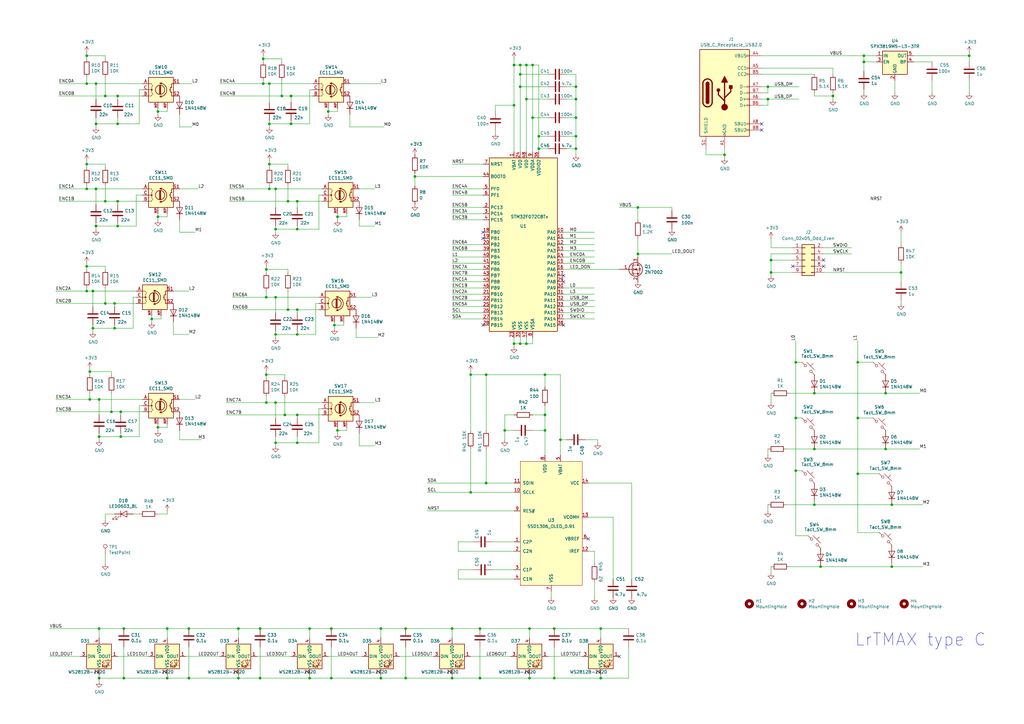
<source format=kicad_sch>
(kicad_sch (version 20211123) (generator eeschema)
  (paper "A3")
  (title_block (title "LrTMAX") (date "2019-01-24") (company "Ruffles Inc,."))
  (junction (at 354.33 25.4))
  (junction (at 135.89 257.81))
  (junction (at 109.22 110.49))
  (junction (at 397.51 22.86))
  (junction (at 106.68 278.13))
  (junction (at 227.33 257.81))
  (junction (at 64.77 175.26))
  (junction (at 97.79 257.81))
  (junction (at 236.22 55.88))
  (junction (at 121.92 82.55))
  (junction (at 113.03 77.47))
  (junction (at 215.9 26.67))
  (junction (at 134.62 45.72))
  (junction (at 107.95 24.13))
  (junction (at 46.99 124.46))
  (junction (at 64.77 45.72))
  (junction (at 326.39 193.04))
  (junction (at 43.18 82.55))
  (junction (at 351.79 148.59))
  (junction (at 121.92 137.16))
  (junction (at 36.83 163.83))
  (junction (at 36.83 152.4))
  (junction (at 137.16 133.35))
  (junction (at 110.49 34.29))
  (junction (at 334.01 161.29))
  (junction (at 35.56 77.47))
  (junction (at 115.57 39.37))
  (junction (at 116.84 170.18))
  (junction (at 113.03 181.61))
  (junction (at 40.64 257.81))
  (junction (at 68.58 278.13))
  (junction (at 314.96 35.56))
  (junction (at 113.03 121.92))
  (junction (at 156.21 257.81))
  (junction (at 341.63 39.37))
  (junction (at 35.56 119.38))
  (junction (at 109.22 121.92))
  (junction (at 97.79 278.13))
  (junction (at 49.53 179.07))
  (junction (at 297.18 63.5))
  (junction (at 365.76 232.41))
  (junction (at 223.52 176.53))
  (junction (at 236.22 60.96))
  (junction (at 39.37 50.8))
  (junction (at 223.52 153.67))
  (junction (at 199.39 153.67))
  (junction (at 215.9 40.64))
  (junction (at 40.64 163.83))
  (junction (at 46.99 134.62))
  (junction (at 39.37 92.71))
  (junction (at 354.33 22.86))
  (junction (at 35.56 34.29))
  (junction (at 39.37 77.47))
  (junction (at 227.33 278.13))
  (junction (at 50.8 257.81))
  (junction (at 38.1 119.38))
  (junction (at 118.11 127))
  (junction (at 35.56 22.86))
  (junction (at 39.37 34.29))
  (junction (at 138.43 88.9))
  (junction (at 106.68 257.81))
  (junction (at 48.26 50.8))
  (junction (at 166.37 278.13))
  (junction (at 207.01 176.53))
  (junction (at 68.58 257.81))
  (junction (at 127 257.81))
  (junction (at 261.62 104.14))
  (junction (at 118.11 82.55))
  (junction (at 35.56 109.22))
  (junction (at 365.76 207.01))
  (junction (at 113.03 93.98))
  (junction (at 210.82 140.97))
  (junction (at 334.01 207.01))
  (junction (at 351.79 171.45))
  (junction (at 217.17 257.81))
  (junction (at 218.44 26.67))
  (junction (at 218.44 48.26))
  (junction (at 107.95 34.29))
  (junction (at 351.79 194.31))
  (junction (at 49.53 168.91))
  (junction (at 166.37 257.81))
  (junction (at 48.26 39.37))
  (junction (at 110.49 77.47))
  (junction (at 119.38 50.8))
  (junction (at 119.38 39.37))
  (junction (at 220.98 55.88))
  (junction (at 220.98 60.96))
  (junction (at 316.23 106.68))
  (junction (at 236.22 48.26))
  (junction (at 210.82 26.67))
  (junction (at 135.89 278.13))
  (junction (at 261.62 85.09))
  (junction (at 196.85 278.13))
  (junction (at 77.47 257.81))
  (junction (at 213.36 140.97))
  (junction (at 326.39 171.45))
  (junction (at 62.23 130.81))
  (junction (at 193.04 201.93))
  (junction (at 77.47 278.13))
  (junction (at 236.22 35.56))
  (junction (at 156.21 278.13))
  (junction (at 121.92 93.98))
  (junction (at 121.92 181.61))
  (junction (at 121.92 170.18))
  (junction (at 213.36 30.48))
  (junction (at 223.52 170.18))
  (junction (at 138.43 176.53))
  (junction (at 127 278.13))
  (junction (at 40.64 278.13))
  (junction (at 217.17 278.13))
  (junction (at 43.18 39.37))
  (junction (at 215.9 140.97))
  (junction (at 48.26 92.71))
  (junction (at 229.87 180.34))
  (junction (at 336.55 232.41))
  (junction (at 246.38 278.13))
  (junction (at 326.39 148.59))
  (junction (at 236.22 40.64))
  (junction (at 193.04 153.67))
  (junction (at 196.85 257.81))
  (junction (at 35.56 67.31))
  (junction (at 40.64 179.07))
  (junction (at 210.82 43.18))
  (junction (at 185.42 257.81))
  (junction (at 170.18 72.39))
  (junction (at 113.03 137.16))
  (junction (at 369.57 111.76))
  (junction (at 64.77 88.9))
  (junction (at 109.22 165.1))
  (junction (at 363.22 161.29))
  (junction (at 109.22 153.67))
  (junction (at 316.23 111.76))
  (junction (at 314.96 40.64))
  (junction (at 121.92 127))
  (junction (at 246.38 257.81))
  (junction (at 213.36 35.56))
  (junction (at 50.8 278.13))
  (junction (at 199.39 198.12))
  (junction (at 363.22 184.15))
  (junction (at 43.18 124.46))
  (junction (at 38.1 134.62))
  (junction (at 110.49 67.31))
  (junction (at 45.72 168.91))
  (junction (at 110.49 50.8))
  (junction (at 334.01 184.15))
  (junction (at 185.42 278.13))
  (junction (at 48.26 82.55))
  (junction (at 213.36 26.67))
  (junction (at 113.03 165.1))
  (no_connect (at 198.12 95.25))
  (no_connect (at 312.42 53.34))
  (no_connect (at 198.12 133.35))
  (no_connect (at 231.14 115.57))
  (no_connect (at 231.14 133.35))
  (no_connect (at 231.14 113.03))
  (no_connect (at 254 269.24))
  (no_connect (at 241.3 220.98))
  (no_connect (at 337.82 109.22))
  (no_connect (at 325.12 109.22))
  (no_connect (at 337.82 106.68))
  (no_connect (at 198.12 97.79))
  (no_connect (at 312.42 50.8))
  (no_connect (at 160.02 271.78))
  (wire (pts (xy 198.12 130.81) (xy 185.42 130.81)))
  (wire (pts (xy 223.52 170.18) (xy 223.52 176.53)))
  (wire (pts (xy 193.04 184.15) (xy 193.04 201.93)))
  (wire (pts (xy 138.43 176.53) (xy 138.43 177.8)))
  (wire (pts (xy 35.56 109.22) (xy 43.18 109.22)))
  (wire (pts (xy 54.61 121.92) (xy 54.61 134.62)))
  (wire (pts (xy 118.11 82.55) (xy 93.98 82.55)))
  (wire (pts (xy 73.66 52.07) (xy 78.74 52.07)))
  (wire (pts (xy 198.12 113.03) (xy 185.42 113.03)))
  (wire (pts (xy 227.33 278.13) (xy 246.38 278.13)))
  (wire (pts (xy 196.85 278.13) (xy 217.17 278.13)))
  (wire (pts (xy 113.03 165.1) (xy 132.08 165.1)))
  (wire (pts (xy 64.77 44.45) (xy 64.77 45.72)))
  (wire (pts (xy 232.41 55.88) (xy 236.22 55.88)))
  (wire (pts (xy 259.08 198.12) (xy 259.08 237.49)))
  (wire (pts (xy 132.08 170.18) (xy 121.92 170.18)))
  (wire (pts (xy 43.18 76.2) (xy 43.18 82.55)))
  (wire (pts (xy 170.18 76.2) (xy 170.18 72.39)))
  (wire (pts (xy 314.96 40.64) (xy 327.66 40.64)))
  (wire (pts (xy 240.03 180.34) (xy 245.11 180.34)))
  (wire (pts (xy 50.8 278.13) (xy 68.58 278.13)))
  (wire (pts (xy 147.32 77.47) (xy 153.67 77.47)))
  (wire (pts (xy 106.68 257.81) (xy 97.79 257.81)))
  (wire (pts (xy 113.03 137.16) (xy 121.92 137.16)))
  (wire (pts (xy 351.79 218.44) (xy 360.68 218.44)))
  (wire (pts (xy 140.97 133.35) (xy 137.16 133.35)))
  (wire (pts (xy 185.42 278.13) (xy 196.85 278.13)))
  (wire (pts (xy 113.03 92.71) (xy 113.03 93.98)))
  (wire (pts (xy 261.62 104.14) (xy 261.62 97.79)))
  (wire (pts (xy 363.22 161.29) (xy 377.19 161.29)))
  (wire (pts (xy 128.27 34.29) (xy 110.49 34.29)))
  (wire (pts (xy 134.62 45.72) (xy 138.43 45.72)))
  (wire (pts (xy 49.53 170.18) (xy 49.53 168.91)))
  (wire (pts (xy 107.95 24.13) (xy 107.95 25.4)))
  (wire (pts (xy 217.17 278.13) (xy 227.33 278.13)))
  (wire (pts (xy 236.22 40.64) (xy 236.22 48.26)))
  (wire (pts (xy 62.23 129.54) (xy 62.23 130.81)))
  (wire (pts (xy 130.81 124.46) (xy 129.54 124.46)))
  (wire (pts (xy 73.66 77.47) (xy 81.28 77.47)))
  (wire (pts (xy 210.82 43.18) (xy 210.82 26.67)))
  (wire (pts (xy 241.3 198.12) (xy 259.08 198.12)))
  (wire (pts (xy 316.23 106.68) (xy 316.23 104.14)))
  (wire (pts (xy 316.23 165.1) (xy 316.23 161.29)))
  (wire (pts (xy 110.49 77.47) (xy 93.98 77.47)))
  (wire (pts (xy 115.57 24.13) (xy 107.95 24.13)))
  (wire (pts (xy 62.23 130.81) (xy 62.23 132.08)))
  (wire (pts (xy 64.77 88.9) (xy 68.58 88.9)))
  (wire (pts (xy 48.26 40.64) (xy 48.26 39.37)))
  (wire (pts (xy 58.42 166.37) (xy 57.15 166.37)))
  (wire (pts (xy 316.23 106.68) (xy 325.12 106.68)))
  (wire (pts (xy 323.85 161.29) (xy 334.01 161.29)))
  (wire (pts (xy 217.17 261.62) (xy 217.17 257.81)))
  (wire (pts (xy 198.12 80.01) (xy 185.42 80.01)))
  (wire (pts (xy 261.62 105.41) (xy 261.62 104.14)))
  (wire (pts (xy 64.77 88.9) (xy 64.77 90.17)))
  (wire (pts (xy 314.96 209.55) (xy 314.96 207.01)))
  (wire (pts (xy 289.56 63.5) (xy 289.56 60.96)))
  (wire (pts (xy 236.22 40.64) (xy 236.22 35.56)))
  (wire (pts (xy 326.39 139.7) (xy 326.39 148.59)))
  (wire (pts (xy 130.81 121.92) (xy 113.03 121.92)))
  (wire (pts (xy 312.42 35.56) (xy 314.96 35.56)))
  (wire (pts (xy 46.99 124.46) (xy 43.18 124.46)))
  (wire (pts (xy 142.24 176.53) (xy 142.24 175.26)))
  (wire (pts (xy 132.08 82.55) (xy 121.92 82.55)))
  (wire (pts (xy 35.56 109.22) (xy 35.56 110.49)))
  (wire (pts (xy 365.76 207.01) (xy 378.46 207.01)))
  (wire (pts (xy 109.22 153.67) (xy 109.22 154.94)))
  (wire (pts (xy 77.47 278.13) (xy 97.79 278.13)))
  (wire (pts (xy 68.58 257.81) (xy 50.8 257.81)))
  (wire (pts (xy 198.12 123.19) (xy 185.42 123.19)))
  (wire (pts (xy 201.93 222.25) (xy 210.82 222.25)))
  (wire (pts (xy 35.56 21.59) (xy 35.56 22.86)))
  (wire (pts (xy 312.42 40.64) (xy 314.96 40.64)))
  (wire (pts (xy 57.15 50.8) (xy 48.26 50.8)))
  (wire (pts (xy 334.01 184.15) (xy 363.22 184.15)))
  (wire (pts (xy 193.04 176.53) (xy 193.04 153.67)))
  (wire (pts (xy 224.79 30.48) (xy 213.36 30.48)))
  (wire (pts (xy 210.82 138.43) (xy 210.82 140.97)))
  (wire (pts (xy 147.32 90.17) (xy 147.32 92.71)))
  (wire (pts (xy 64.77 173.99) (xy 64.77 175.26)))
  (wire (pts (xy 113.03 93.98) (xy 121.92 93.98)))
  (wire (pts (xy 236.22 35.56) (xy 236.22 30.48)))
  (wire (pts (xy 49.53 179.07) (xy 49.53 177.8)))
  (wire (pts (xy 198.12 115.57) (xy 185.42 115.57)))
  (wire (pts (xy 166.37 265.43) (xy 166.37 278.13)))
  (wire (pts (xy 48.26 39.37) (xy 43.18 39.37)))
  (wire (pts (xy 213.36 62.23) (xy 213.36 35.56)))
  (wire (pts (xy 245.11 180.34) (xy 245.11 181.61)))
  (wire (pts (xy 397.51 25.4) (xy 397.51 22.86)))
  (wire (pts (xy 73.66 90.17) (xy 73.66 95.25)))
  (wire (pts (xy 35.56 34.29) (xy 24.13 34.29)))
  (wire (pts (xy 43.18 68.58) (xy 43.18 67.31)))
  (wire (pts (xy 246.38 278.13) (xy 246.38 276.86)))
  (wire (pts (xy 39.37 92.71) (xy 48.26 92.71)))
  (wire (pts (xy 231.14 105.41) (xy 243.84 105.41)))
  (wire (pts (xy 314.96 38.1) (xy 314.96 35.56)))
  (wire (pts (xy 118.11 127) (xy 95.25 127)))
  (wire (pts (xy 382.27 33.02) (xy 382.27 38.1)))
  (wire (pts (xy 43.18 67.31) (xy 35.56 67.31)))
  (wire (pts (xy 316.23 104.14) (xy 325.12 104.14)))
  (wire (pts (xy 132.08 167.64) (xy 130.81 167.64)))
  (wire (pts (xy 223.52 158.75) (xy 223.52 153.67)))
  (wire (pts (xy 199.39 153.67) (xy 223.52 153.67)))
  (wire (pts (xy 134.62 46.99) (xy 134.62 45.72)))
  (wire (pts (xy 43.18 24.13) (xy 43.18 22.86)))
  (wire (pts (xy 113.03 128.27) (xy 113.03 121.92)))
  (wire (pts (xy 241.3 212.09) (xy 251.46 212.09)))
  (wire (pts (xy 58.42 39.37) (xy 48.26 39.37)))
  (wire (pts (xy 110.49 34.29) (xy 107.95 34.29)))
  (wire (pts (xy 166.37 257.81) (xy 156.21 257.81)))
  (wire (pts (xy 115.57 39.37) (xy 90.17 39.37)))
  (wire (pts (xy 127 50.8) (xy 127 36.83)))
  (wire (pts (xy 215.9 138.43) (xy 215.9 140.97)))
  (wire (pts (xy 229.87 153.67) (xy 229.87 180.34)))
  (wire (pts (xy 185.42 257.81) (xy 166.37 257.81)))
  (wire (pts (xy 119.38 50.8) (xy 127 50.8)))
  (wire (pts (xy 199.39 198.12) (xy 210.82 198.12)))
  (wire (pts (xy 374.65 22.86) (xy 397.51 22.86)))
  (wire (pts (xy 185.42 261.62) (xy 185.42 257.81)))
  (wire (pts (xy 215.9 140.97) (xy 218.44 140.97)))
  (wire (pts (xy 130.81 93.98) (xy 130.81 80.01)))
  (wire (pts (xy 243.84 245.11) (xy 243.84 238.76)))
  (wire (pts (xy 326.39 219.71) (xy 326.39 193.04)))
  (wire (pts (xy 369.57 111.76) (xy 369.57 115.57)))
  (wire (pts (xy 35.56 22.86) (xy 35.56 24.13)))
  (wire (pts (xy 215.9 40.64) (xy 215.9 62.23)))
  (wire (pts (xy 223.52 166.37) (xy 223.52 170.18)))
  (wire (pts (xy 115.57 25.4) (xy 115.57 24.13)))
  (wire (pts (xy 261.62 85.09) (xy 275.59 85.09)))
  (wire (pts (xy 336.55 232.41) (xy 365.76 232.41)))
  (wire (pts (xy 110.49 66.04) (xy 110.49 67.31)))
  (wire (pts (xy 36.83 163.83) (xy 22.86 163.83)))
  (wire (pts (xy 254 85.09) (xy 261.62 85.09)))
  (wire (pts (xy 129.54 137.16) (xy 121.92 137.16)))
  (wire (pts (xy 261.62 104.14) (xy 275.59 104.14)))
  (wire (pts (xy 121.92 171.45) (xy 121.92 170.18)))
  (wire (pts (xy 218.44 26.67) (xy 215.9 26.67)))
  (wire (pts (xy 135.89 265.43) (xy 135.89 278.13)))
  (wire (pts (xy 105.41 269.24) (xy 119.38 269.24)))
  (wire (pts (xy 140.97 132.08) (xy 140.97 133.35)))
  (wire (pts (xy 232.41 40.64) (xy 236.22 40.64)))
  (wire (pts (xy 39.37 92.71) (xy 39.37 93.98)))
  (wire (pts (xy 193.04 269.24) (xy 209.55 269.24)))
  (wire (pts (xy 215.9 40.64) (xy 215.9 26.67)))
  (wire (pts (xy 203.2 43.18) (xy 210.82 43.18)))
  (wire (pts (xy 48.26 92.71) (xy 55.88 92.71)))
  (wire (pts (xy 365.76 232.41) (xy 378.46 232.41)))
  (wire (pts (xy 369.57 123.19) (xy 369.57 124.46)))
  (wire (pts (xy 210.82 226.06) (xy 187.96 226.06)))
  (wire (pts (xy 109.22 121.92) (xy 95.25 121.92)))
  (wire (pts (xy 246.38 257.81) (xy 257.81 257.81)))
  (wire (pts (xy 213.36 30.48) (xy 213.36 26.67)))
  (wire (pts (xy 43.18 109.22) (xy 43.18 110.49)))
  (wire (pts (xy 312.42 38.1) (xy 314.96 38.1)))
  (wire (pts (xy 289.56 63.5) (xy 297.18 63.5)))
  (wire (pts (xy 220.98 60.96) (xy 220.98 55.88)))
  (wire (pts (xy 231.14 125.73) (xy 243.84 125.73)))
  (wire (pts (xy 73.66 180.34) (xy 82.55 180.34)))
  (wire (pts (xy 231.14 128.27) (xy 243.84 128.27)))
  (wire (pts (xy 64.77 175.26) (xy 64.77 176.53)))
  (wire (pts (xy 231.14 110.49) (xy 254 110.49)))
  (wire (pts (xy 316.23 111.76) (xy 316.23 106.68)))
  (wire (pts (xy 55.88 124.46) (xy 46.99 124.46)))
  (wire (pts (xy 217.17 276.86) (xy 217.17 278.13)))
  (wire (pts (xy 73.66 34.29) (xy 78.74 34.29)))
  (wire (pts (xy 134.62 45.72) (xy 134.62 44.45)))
  (wire (pts (xy 116.84 153.67) (xy 109.22 153.67)))
  (wire (pts (xy 218.44 48.26) (xy 218.44 62.23)))
  (wire (pts (xy 351.79 139.7) (xy 351.79 148.59)))
  (wire (pts (xy 76.2 269.24) (xy 90.17 269.24)))
  (wire (pts (xy 35.56 77.47) (xy 24.13 77.47)))
  (wire (pts (xy 121.92 85.09) (xy 121.92 82.55)))
  (wire (pts (xy 113.03 77.47) (xy 110.49 77.47)))
  (wire (pts (xy 210.82 209.55) (xy 175.26 209.55)))
  (wire (pts (xy 337.82 111.76) (xy 369.57 111.76)))
  (wire (pts (xy 229.87 180.34) (xy 232.41 180.34)))
  (wire (pts (xy 363.22 184.15) (xy 377.19 184.15)))
  (wire (pts (xy 129.54 124.46) (xy 129.54 137.16)))
  (wire (pts (xy 243.84 231.14) (xy 243.84 226.06)))
  (wire (pts (xy 97.79 257.81) (xy 77.47 257.81)))
  (wire (pts (xy 229.87 180.34) (xy 229.87 186.69)))
  (wire (pts (xy 113.03 93.98) (xy 113.03 95.25)))
  (wire (pts (xy 137.16 133.35) (xy 137.16 134.62)))
  (wire (pts (xy 119.38 39.37) (xy 115.57 39.37)))
  (wire (pts (xy 39.37 52.07) (xy 39.37 50.8)))
  (wire (pts (xy 109.22 119.38) (xy 109.22 121.92)))
  (wire (pts (xy 130.81 167.64) (xy 130.81 181.61)))
  (wire (pts (xy 39.37 34.29) (xy 35.56 34.29)))
  (wire (pts (xy 297.18 64.77) (xy 297.18 63.5)))
  (wire (pts (xy 77.47 265.43) (xy 77.47 278.13)))
  (wire (pts (xy 224.79 35.56) (xy 213.36 35.56)))
  (wire (pts (xy 137.16 132.08) (xy 137.16 133.35)))
  (wire (pts (xy 231.14 95.25) (xy 243.84 95.25)))
  (wire (pts (xy 193.04 153.67) (xy 193.04 152.4)))
  (wire (pts (xy 198.12 77.47) (xy 185.42 77.47)))
  (wire (pts (xy 128.27 39.37) (xy 119.38 39.37)))
  (wire (pts (xy 236.22 48.26) (xy 236.22 55.88)))
  (wire (pts (xy 121.92 181.61) (xy 113.03 181.61)))
  (wire (pts (xy 73.66 176.53) (xy 73.66 180.34)))
  (wire (pts (xy 223.52 176.53) (xy 223.52 186.69)))
  (wire (pts (xy 261.62 85.09) (xy 261.62 90.17)))
  (wire (pts (xy 40.64 177.8) (xy 40.64 179.07)))
  (wire (pts (xy 218.44 48.26) (xy 218.44 26.67)))
  (wire (pts (xy 337.82 104.14) (xy 349.25 104.14)))
  (wire (pts (xy 185.42 107.95) (xy 198.12 107.95)))
  (wire (pts (xy 39.37 77.47) (xy 35.56 77.47)))
  (wire (pts (xy 38.1 125.73) (xy 38.1 119.38)))
  (wire (pts (xy 185.42 87.63) (xy 198.12 87.63)))
  (wire (pts (xy 166.37 278.13) (xy 185.42 278.13)))
  (wire (pts (xy 127 36.83) (xy 128.27 36.83)))
  (wire (pts (xy 110.49 52.07) (xy 110.49 50.8)))
  (wire (pts (xy 43.18 124.46) (xy 22.86 124.46)))
  (wire (pts (xy 121.92 137.16) (xy 121.92 135.89)))
  (wire (pts (xy 246.38 278.13) (xy 257.81 278.13)))
  (wire (pts (xy 121.92 170.18) (xy 116.84 170.18)))
  (wire (pts (xy 68.58 173.99) (xy 68.58 175.26)))
  (wire (pts (xy 314.96 35.56) (xy 327.66 35.56)))
  (wire (pts (xy 110.49 41.91) (xy 110.49 34.29)))
  (wire (pts (xy 218.44 176.53) (xy 223.52 176.53)))
  (wire (pts (xy 73.66 95.25) (xy 80.01 95.25)))
  (wire (pts (xy 40.64 163.83) (xy 36.83 163.83)))
  (wire (pts (xy 118.11 76.2) (xy 118.11 82.55)))
  (wire (pts (xy 213.36 26.67) (xy 210.82 26.67)))
  (wire (pts (xy 127 261.62) (xy 127 257.81)))
  (wire (pts (xy 58.42 168.91) (xy 49.53 168.91)))
  (wire (pts (xy 354.33 29.21) (xy 354.33 25.4)))
  (wire (pts (xy 109.22 162.56) (xy 109.22 165.1)))
  (wire (pts (xy 71.12 137.16) (xy 77.47 137.16)))
  (wire (pts (xy 110.49 67.31) (xy 110.49 68.58)))
  (wire (pts (xy 43.18 82.55) (xy 24.13 82.55)))
  (wire (pts (xy 358.14 148.59) (xy 351.79 148.59)))
  (wire (pts (xy 68.58 278.13) (xy 77.47 278.13)))
  (wire (pts (xy 341.63 40.64) (xy 341.63 39.37)))
  (wire (pts (xy 58.42 77.47) (xy 39.37 77.47)))
  (wire (pts (xy 48.26 50.8) (xy 39.37 50.8)))
  (wire (pts (xy 193.04 201.93) (xy 210.82 201.93)))
  (wire (pts (xy 113.03 182.88) (xy 113.03 181.61)))
  (wire (pts (xy 40.64 170.18) (xy 40.64 163.83)))
  (wire (pts (xy 331.47 219.71) (xy 326.39 219.71)))
  (wire (pts (xy 113.03 85.09) (xy 113.03 77.47)))
  (wire (pts (xy 194.31 233.68) (xy 187.96 233.68)))
  (wire (pts (xy 215.9 26.67) (xy 213.36 26.67)))
  (wire (pts (xy 198.12 85.09) (xy 185.42 85.09)))
  (wire (pts (xy 110.49 50.8) (xy 110.49 49.53)))
  (wire (pts (xy 68.58 261.62) (xy 68.58 257.81)))
  (wire (pts (xy 185.42 110.49) (xy 198.12 110.49)))
  (wire (pts (xy 297.18 60.96) (xy 297.18 63.5)))
  (wire (pts (xy 97.79 276.86) (xy 97.79 278.13)))
  (wire (pts (xy 121.92 93.98) (xy 130.81 93.98)))
  (wire (pts (xy 39.37 34.29) (xy 58.42 34.29)))
  (wire (pts (xy 45.72 153.67) (xy 45.72 152.4)))
  (wire (pts (xy 170.18 71.12) (xy 170.18 72.39)))
  (wire (pts (xy 40.64 278.13) (xy 40.64 276.86)))
  (wire (pts (xy 109.22 152.4) (xy 109.22 153.67)))
  (wire (pts (xy 369.57 107.95) (xy 369.57 111.76)))
  (wire (pts (xy 55.88 119.38) (xy 38.1 119.38)))
  (wire (pts (xy 207.01 170.18) (xy 207.01 176.53)))
  (wire (pts (xy 135.89 257.81) (xy 127 257.81)))
  (wire (pts (xy 109.22 109.22) (xy 109.22 110.49)))
  (wire (pts (xy 35.56 118.11) (xy 35.56 119.38)))
  (wire (pts (xy 147.32 165.1) (xy 153.67 165.1)))
  (wire (pts (xy 314.96 43.18) (xy 314.96 40.64)))
  (wire (pts (xy 55.88 92.71) (xy 55.88 80.01)))
  (wire (pts (xy 175.26 198.12) (xy 199.39 198.12)))
  (wire (pts (xy 35.56 119.38) (xy 22.86 119.38)))
  (wire (pts (xy 231.14 120.65) (xy 243.84 120.65)))
  (wire (pts (xy 196.85 257.81) (xy 217.17 257.81)))
  (wire (pts (xy 341.63 39.37) (xy 341.63 38.1)))
  (wire (pts (xy 143.51 52.07) (xy 157.48 52.07)))
  (wire (pts (xy 199.39 184.15) (xy 199.39 198.12)))
  (wire (pts (xy 213.36 138.43) (xy 213.36 140.97)))
  (wire (pts (xy 45.72 152.4) (xy 36.83 152.4)))
  (wire (pts (xy 116.84 162.56) (xy 116.84 170.18)))
  (wire (pts (xy 138.43 45.72) (xy 138.43 44.45)))
  (wire (pts (xy 119.38 49.53) (xy 119.38 50.8)))
  (wire (pts (xy 224.79 269.24) (xy 238.76 269.24)))
  (wire (pts (xy 40.64 179.07) (xy 40.64 180.34)))
  (wire (pts (xy 156.21 278.13) (xy 166.37 278.13)))
  (wire (pts (xy 40.64 278.13) (xy 50.8 278.13)))
  (wire (pts (xy 130.81 80.01) (xy 132.08 80.01)))
  (wire (pts (xy 92.71 170.18) (xy 116.84 170.18)))
  (wire (pts (xy 73.66 46.99) (xy 73.66 52.07)))
  (wire (pts (xy 39.37 83.82) (xy 39.37 77.47)))
  (wire (pts (xy 325.12 101.6) (xy 316.23 101.6)))
  (wire (pts (xy 46.99 133.35) (xy 46.99 134.62)))
  (wire (pts (xy 55.88 80.01) (xy 58.42 80.01)))
  (wire (pts (xy 326.39 171.45) (xy 326.39 193.04)))
  (wire (pts (xy 198.12 100.33) (xy 185.42 100.33)))
  (wire (pts (xy 369.57 95.25) (xy 369.57 100.33)))
  (wire (pts (xy 351.79 171.45) (xy 351.79 194.31)))
  (wire (pts (xy 224.79 40.64) (xy 215.9 40.64)))
  (wire (pts (xy 231.14 123.19) (xy 243.84 123.19)))
  (wire (pts (xy 45.72 168.91) (xy 22.86 168.91)))
  (wire (pts (xy 365.76 232.41) (xy 365.76 231.14)))
  (wire (pts (xy 64.77 210.82) (xy 68.58 210.82)))
  (wire (pts (xy 223.52 153.67) (xy 229.87 153.67)))
  (wire (pts (xy 198.12 67.31) (xy 185.42 67.31)))
  (wire (pts (xy 187.96 233.68) (xy 187.96 237.49)))
  (wire (pts (xy 187.96 222.25) (xy 187.96 226.06)))
  (wire (pts (xy 257.81 278.13) (xy 257.81 265.43)))
  (wire (pts (xy 46.99 125.73) (xy 46.99 124.46)))
  (wire (pts (xy 201.93 233.68) (xy 210.82 233.68)))
  (wire (pts (xy 314.96 186.69) (xy 314.96 184.15)))
  (wire (pts (xy 203.2 54.61) (xy 203.2 53.34)))
  (wire (pts (xy 147.32 92.71) (xy 153.67 92.71)))
  (wire (pts (xy 43.18 231.14) (xy 43.18 227.33)))
  (wire (pts (xy 130.81 127) (xy 121.92 127)))
  (wire (pts (xy 50.8 257.81) (xy 40.64 257.81)))
  (wire (pts (xy 48.26 269.24) (xy 60.96 269.24)))
  (wire (pts (xy 73.66 163.83) (xy 80.01 163.83)))
  (wire (pts (xy 77.47 257.81) (xy 68.58 257.81)))
  (wire (pts (xy 68.58 88.9) (xy 68.58 87.63)))
  (wire (pts (xy 106.68 265.43) (xy 106.68 278.13)))
  (wire (pts (xy 231.14 100.33) (xy 243.84 100.33)))
  (wire (pts (xy 142.24 87.63) (xy 142.24 88.9)))
  (wire (pts (xy 64.77 45.72) (xy 68.58 45.72)))
  (wire (pts (xy 198.12 125.73) (xy 185.42 125.73)))
  (wire (pts (xy 48.26 83.82) (xy 48.26 82.55)))
  (wire (pts (xy 68.58 45.72) (xy 68.58 44.45)))
  (wire (pts (xy 113.03 181.61) (xy 113.03 179.07)))
  (wire (pts (xy 323.85 232.41) (xy 336.55 232.41)))
  (wire (pts (xy 220.98 55.88) (xy 220.98 26.67)))
  (wire (pts (xy 127 278.13) (xy 135.89 278.13)))
  (wire (pts (xy 43.18 39.37) (xy 24.13 39.37)))
  (wire (pts (xy 207.01 176.53) (xy 207.01 180.34)))
  (wire (pts (xy 54.61 134.62) (xy 46.99 134.62)))
  (wire (pts (xy 210.82 176.53) (xy 207.01 176.53)))
  (wire (pts (xy 20.32 257.81) (xy 40.64 257.81)))
  (wire (pts (xy 43.18 31.75) (xy 43.18 39.37)))
  (wire (pts (xy 92.71 165.1) (xy 109.22 165.1)))
  (wire (pts (xy 198.12 118.11) (xy 185.42 118.11)))
  (wire (pts (xy 130.81 181.61) (xy 121.92 181.61)))
  (wire (pts (xy 35.56 67.31) (xy 35.56 68.58)))
  (wire (pts (xy 360.68 194.31) (xy 351.79 194.31)))
  (wire (pts (xy 113.03 135.89) (xy 113.03 137.16)))
  (wire (pts (xy 213.36 35.56) (xy 213.36 30.48)))
  (wire (pts (xy 64.77 45.72) (xy 64.77 46.99)))
  (wire (pts (xy 334.01 39.37) (xy 341.63 39.37)))
  (wire (pts (xy 326.39 148.59) (xy 326.39 171.45)))
  (wire (pts (xy 49.53 168.91) (xy 45.72 168.91)))
  (wire (pts (xy 334.01 38.1) (xy 334.01 39.37)))
  (wire (pts (xy 210.82 26.67) (xy 210.82 24.13)))
  (wire (pts (xy 43.18 213.36) (xy 43.18 210.82)))
  (wire (pts (xy 109.22 110.49) (xy 109.22 111.76)))
  (wire (pts (xy 224.79 48.26) (xy 218.44 48.26)))
  (wire (pts (xy 232.41 48.26) (xy 236.22 48.26)))
  (wire (pts (xy 203.2 45.72) (xy 203.2 43.18)))
  (wire (pts (xy 64.77 87.63) (xy 64.77 88.9)))
  (wire (pts (xy 113.03 171.45) (xy 113.03 165.1)))
  (wire (pts (xy 175.26 201.93) (xy 193.04 201.93)))
  (wire (pts (xy 328.93 148.59) (xy 326.39 148.59)))
  (wire (pts (xy 337.82 101.6) (xy 349.25 101.6)))
  (wire (pts (xy 185.42 105.41) (xy 198.12 105.41)))
  (wire (pts (xy 46.99 134.62) (xy 38.1 134.62)))
  (wire (pts (xy 36.83 161.29) (xy 36.83 163.83)))
  (wire (pts (xy 193.04 153.67) (xy 199.39 153.67)))
  (wire (pts (xy 127 257.81) (xy 106.68 257.81)))
  (wire (pts (xy 220.98 26.67) (xy 218.44 26.67)))
  (wire (pts (xy 374.65 25.4) (xy 382.27 25.4)))
  (wire (pts (xy 185.42 102.87) (xy 198.12 102.87)))
  (wire (pts (xy 146.05 121.92) (xy 152.4 121.92)))
  (wire (pts (xy 227.33 265.43) (xy 227.33 278.13)))
  (wire (pts (xy 210.82 170.18) (xy 207.01 170.18)))
  (wire (pts (xy 251.46 212.09) (xy 251.46 237.49)))
  (wire (pts (xy 142.24 88.9) (xy 138.43 88.9)))
  (wire (pts (xy 68.58 276.86) (xy 68.58 278.13)))
  (wire (pts (xy 38.1 119.38) (xy 35.56 119.38)))
  (wire (pts (xy 118.11 68.58) (xy 118.11 67.31)))
  (wire (pts (xy 196.85 278.13) (xy 196.85 265.43)))
  (wire (pts (xy 35.56 107.95) (xy 35.56 109.22)))
  (wire (pts (xy 334.01 205.74) (xy 334.01 207.01)))
  (wire (pts (xy 135.89 278.13) (xy 156.21 278.13)))
  (wire (pts (xy 354.33 25.4) (xy 354.33 22.86)))
  (wire (pts (xy 227.33 257.81) (xy 217.17 257.81)))
  (wire (pts (xy 57.15 36.83) (xy 57.15 50.8)))
  (wire (pts (xy 119.38 41.91) (xy 119.38 39.37)))
  (wire (pts (xy 40.64 279.4) (xy 40.64 278.13)))
  (wire (pts (xy 312.42 22.86) (xy 354.33 22.86)))
  (wire (pts (xy 275.59 85.09) (xy 275.59 86.36)))
  (wire (pts (xy 68.58 210.82) (xy 68.58 209.55)))
  (wire (pts (xy 316.23 113.03) (xy 316.23 111.76)))
  (wire (pts (xy 50.8 265.43) (xy 50.8 278.13)))
  (wire (pts (xy 232.41 35.56) (xy 236.22 35.56)))
  (wire (pts (xy 57.15 166.37) (xy 57.15 179.07)))
  (wire (pts (xy 143.51 34.29) (xy 156.21 34.29)))
  (wire (pts (xy 351.79 148.59) (xy 351.79 171.45)))
  (wire (pts (xy 132.08 77.47) (xy 113.03 77.47)))
  (wire (pts (xy 113.03 165.1) (xy 109.22 165.1)))
  (wire (pts (xy 48.26 48.26) (xy 48.26 50.8)))
  (wire (pts (xy 121.92 92.71) (xy 121.92 93.98)))
  (wire (pts (xy 224.79 55.88) (xy 220.98 55.88)))
  (wire (pts (xy 359.41 25.4) (xy 354.33 25.4)))
  (wire (pts (xy 397.51 22.86) (xy 397.51 21.59)))
  (wire (pts (xy 170.18 72.39) (xy 198.12 72.39)))
  (wire (pts (xy 397.51 38.1) (xy 397.51 33.02)))
  (wire (pts (xy 121.92 82.55) (xy 118.11 82.55)))
  (wire (pts (xy 231.14 97.79) (xy 243.84 97.79)))
  (wire (pts (xy 143.51 46.99) (xy 143.51 52.07)))
  (wire (pts (xy 39.37 91.44) (xy 39.37 92.71)))
  (wire (pts (xy 115.57 33.02) (xy 115.57 39.37)))
  (wire (pts (xy 236.22 63.5) (xy 236.22 60.96)))
  (wire (pts (xy 39.37 50.8) (xy 39.37 48.26)))
  (wire (pts (xy 107.95 34.29) (xy 90.17 34.29)))
  (wire (pts (xy 328.93 171.45) (xy 326.39 171.45)))
  (wire (pts (xy 146.05 134.62) (xy 146.05 138.43)))
  (wire (pts (xy 185.42 257.81) (xy 196.85 257.81)))
  (wire (pts (xy 198.12 128.27) (xy 185.42 128.27)))
  (wire (pts (xy 218.44 140.97) (xy 218.44 138.43)))
  (wire (pts (xy 118.11 119.38) (xy 118.11 127)))
  (wire (pts (xy 66.04 129.54) (xy 66.04 130.81)))
  (wire (pts (xy 232.41 60.96) (xy 236.22 60.96)))
  (wire (pts (xy 97.79 278.13) (xy 106.68 278.13)))
  (wire (pts (xy 226.06 242.57) (xy 226.06 245.11)))
  (wire (pts (xy 138.43 87.63) (xy 138.43 88.9)))
  (wire (pts (xy 198.12 120.65) (xy 185.42 120.65)))
  (wire (pts (xy 316.23 111.76) (xy 325.12 111.76)))
  (wire (pts (xy 40.64 179.07) (xy 49.53 179.07)))
  (wire (pts (xy 220.98 62.23) (xy 220.98 60.96)))
  (wire (pts (xy 48.26 82.55) (xy 43.18 82.55)))
  (wire (pts (xy 334.01 30.48) (xy 312.42 30.48)))
  (wire (pts (xy 146.05 138.43) (xy 154.94 138.43)))
  (wire (pts (xy 231.14 118.11) (xy 243.84 118.11)))
  (wire (pts (xy 231.14 102.87) (xy 243.84 102.87)))
  (wire (pts (xy 185.42 278.13) (xy 185.42 276.86)))
  (wire (pts (xy 97.79 261.62) (xy 97.79 257.81)))
  (wire (pts (xy 316.23 234.95) (xy 316.23 232.41)))
  (wire (pts (xy 121.92 179.07) (xy 121.92 181.61)))
  (wire (pts (xy 110.49 76.2) (xy 110.49 77.47)))
  (wire (pts (xy 341.63 27.94) (xy 312.42 27.94)))
  (wire (pts (xy 58.42 36.83) (xy 57.15 36.83)))
  (wire (pts (xy 199.39 176.53) (xy 199.39 153.67)))
  (wire (pts (xy 241.3 226.06) (xy 243.84 226.06)))
  (wire (pts (xy 147.32 182.88) (xy 153.67 182.88)))
  (wire (pts (xy 156.21 257.81) (xy 135.89 257.81)))
  (wire (pts (xy 156.21 276.86) (xy 156.21 278.13)))
  (wire (pts (xy 110.49 50.8) (xy 119.38 50.8)))
  (wire (pts (xy 246.38 261.62) (xy 246.38 257.81)))
  (wire (pts (xy 43.18 210.82) (xy 46.99 210.82)))
  (wire (pts (xy 236.22 60.96) (xy 236.22 55.88)))
  (wire (pts (xy 210.82 140.97) (xy 210.82 142.24)))
  (wire (pts (xy 121.92 128.27) (xy 121.92 127)))
  (wire (pts (xy 57.15 179.07) (xy 49.53 179.07)))
  (wire (pts (xy 147.32 177.8) (xy 147.32 182.88)))
  (wire (pts (xy 231.14 130.81) (xy 243.84 130.81)))
  (wire (pts (xy 106.68 278.13) (xy 127 278.13)))
  (wire (pts (xy 354.33 22.86) (xy 359.41 22.86)))
  (wire (pts (xy 322.58 207.01) (xy 334.01 207.01)))
  (wire (pts (xy 36.83 152.4) (xy 36.83 153.67)))
  (wire (pts (xy 341.63 30.48) (xy 341.63 27.94)))
  (wire (pts (xy 107.95 33.02) (xy 107.95 34.29)))
  (wire (pts (xy 38.1 135.89) (xy 38.1 134.62)))
  (wire (pts (xy 107.95 22.86) (xy 107.95 24.13)))
  (wire (pts (xy 71.12 119.38) (xy 77.47 119.38)))
  (wire (pts (xy 210.82 62.23) (xy 210.82 43.18)))
  (wire (pts (xy 316.23 101.6) (xy 316.23 97.79)))
  (wire (pts (xy 134.62 269.24) (xy 148.59 269.24)))
  (wire (pts (xy 48.26 91.44) (xy 48.26 92.71)))
  (wire (pts (xy 118.11 111.76) (xy 118.11 110.49)))
  (wire (pts (xy 62.23 130.81) (xy 66.04 130.81)))
  (wire (pts (xy 210.82 237.49) (xy 187.96 237.49)))
  (wire (pts (xy 218.44 170.18) (xy 223.52 170.18)))
  (wire (pts (xy 334.01 207.01) (xy 365.76 207.01)))
  (wire (pts (xy 113.03 121.92) (xy 109.22 121.92)))
  (wire (pts (xy 45.72 161.29) (xy 45.72 168.91)))
  (wire (pts (xy 36.83 151.13) (xy 36.83 152.4)))
  (wire (pts (xy 312.42 43.18) (xy 314.96 43.18)))
  (wire (pts (xy 58.42 82.55) (xy 48.26 82.55)))
  (wire (pts (xy 354.33 38.1) (xy 354.33 36.83)))
  (wire (pts (xy 55.88 121.92) (xy 54.61 121.92)))
  (wire (pts (xy 351.79 218.44) (xy 351.79 194.31)))
  (wire (pts (xy 163.83 269.24) (xy 177.8 269.24)))
  (wire (pts (xy 68.58 175.26) (xy 64.77 175.26)))
  (wire (pts (xy 231.14 107.95) (xy 243.84 107.95)))
  (wire (pts (xy 35.56 66.04) (xy 35.56 67.31)))
  (wire (pts (xy 54.61 210.82) (xy 57.15 210.82)))
  (wire (pts (xy 58.42 163.83) (xy 40.64 163.83)))
  (wire (pts (xy 40.64 261.62) (xy 40.64 257.81)))
  (wire (pts (xy 43.18 22.86) (xy 35.56 22.86)))
  (wire (pts (xy 246.38 257.81) (xy 227.33 257.81)))
  (wire (pts (xy 328.93 193.04) (xy 326.39 193.04)))
  (wire (pts (xy 358.14 171.45) (xy 351.79 171.45)))
  (wire (pts (xy 118.11 67.31) (xy 110.49 67.31)))
  (wire (pts (xy 39.37 40.64) (xy 39.37 34.29)))
  (wire (pts (xy 43.18 118.11) (xy 43.18 124.46)))
  (wire (pts (xy 71.12 132.08) (xy 71.12 137.16)))
  (wire (pts (xy 213.36 140.97) (xy 215.9 140.97)))
  (wire (pts (xy 156.21 261.62) (xy 156.21 257.81)))
  (wire (pts (xy 220.98 60.96) (xy 224.79 60.96)))
  (wire (pts (xy 367.03 38.1) (xy 367.03 33.02)))
  (wire (pts (xy 121.92 127) (xy 118.11 127)))
  (wire (pts (xy 138.43 176.53) (xy 142.24 176.53)))
  (wire (pts (xy 127 276.86) (xy 127 278.13)))
  (wire (pts (xy 138.43 88.9) (xy 138.43 90.17)))
  (wire (pts (xy 118.11 110.49) (xy 109.22 110.49)))
  (wire (pts (xy 138.43 175.26) (xy 138.43 176.53)))
  (wire (pts (xy 236.22 30.48) (xy 232.41 30.48)))
  (wire (pts (xy 322.58 184.15) (xy 334.01 184.15)))
  (wire (pts (xy 20.32 269.24) (xy 33.02 269.24)))
  (wire (pts (xy 38.1 134.62) (xy 38.1 133.35)))
  (wire (pts (xy 35.56 31.75) (xy 35.56 34.29)))
  (wire (pts (xy 113.03 137.16) (xy 113.03 138.43)))
  (wire (pts (xy 334.01 161.29) (xy 363.22 161.29)))
  (wire (pts (xy 116.84 154.94) (xy 116.84 153.67)))
  (wire (pts (xy 185.42 90.17) (xy 198.12 90.17)))
  (wire (pts (xy 194.31 222.25) (xy 187.96 222.25)))
  (wire (pts (xy 210.82 140.97) (xy 213.36 140.97)))
  (wire (pts (xy 35.56 76.2) (xy 35.56 77.47)))
  (text "LrTMAX type C" (at 350.52 265.43 0) (effects (font (size 5.0038 5.0038)) (justify left bottom)))
  (label "M0" (at 157.48 52.07 0))
  (label "ENC3A" (at 185.42 87.63 0))
  (label "SWDIO" (at 341.63 101.6 0))
  (label "M1" (at 233.68 97.79 0))
  (label "M2" (at 233.68 100.33 0))
  (label "L0" (at 326.39 139.7 90))
  (label "VBUS" (at 20.32 257.81 0))
  (label "SWCLK" (at 233.68 130.81 0))
  (label "M2" (at 154.94 138.43 0))
  (label "M2" (at 77.47 137.16 0))
  (label "M2" (at 378.46 207.01 0))
  (label "L3" (at 156.21 34.29 0))
  (label "LED7OUT" (at 229.87 269.24 0))
  (label "L2" (at 78.74 34.29 0))
  (label "L3" (at 153.67 165.1 0))
  (label "ENC6B" (at 95.25 127 0))
  (label "LED6OUT" (at 199.39 269.24 0))
  (label "LED_DON" (at 233.68 110.49 0))
  (label "LED2OUT" (at 81.28 269.24 0))
  (label "M1" (at 377.19 184.15 0))
  (label "SCL" (at 175.26 201.93 0))
  (label "ENC0A" (at 24.13 34.29 0))
  (label "ENC5B" (at 93.98 82.55 0))
  (label "M1" (at 80.01 95.25 0))
  (label "L3" (at 233.68 120.65 0))
  (label "L2" (at 77.47 119.38 0))
  (label "NRST" (at 175.26 209.55 0))
  (label "ENC6B" (at 185.42 102.87 0))
  (label "LED1OUT" (at 52.07 269.24 0))
  (label "SCL" (at 185.42 128.27 0))
  (label "L0" (at 233.68 118.11 0))
  (label "ENC4B" (at 90.17 39.37 0))
  (label "LED5OUT" (at 168.91 269.24 0))
  (label "VBUS" (at 340.36 22.86 0))
  (label "NRST" (at 356.87 82.55 0))
  (label "LED4OUT" (at 138.43 269.24 0))
  (label "ENC1A" (at 185.42 115.57 0))
  (label "ENC6A" (at 95.25 121.92 0))
  (label "ENC0A" (at 233.68 105.41 0))
  (label "ENC0B" (at 24.13 39.37 0))
  (label "VBUS" (at 254 85.09 0))
  (label "L3" (at 152.4 121.92 0))
  (label "USB_DP" (at 233.68 125.73 0))
  (label "M3" (at 233.68 102.87 0))
  (label "ENC1B" (at 24.13 82.55 0))
  (label "ENC7B" (at 92.71 170.18 0))
  (label "ENC4A" (at 90.17 34.29 0))
  (label "ENC3B" (at 22.86 168.91 0))
  (label "M3" (at 153.67 182.88 0))
  (label "ENC2A" (at 185.42 120.65 0))
  (label "ENC5B" (at 185.42 85.09 0))
  (label "L1" (at 185.42 105.41 0))
  (label "USB_DM" (at 317.5 35.56 0))
  (label "L2" (at 185.42 107.95 0))
  (label "M1" (at 153.67 92.71 0))
  (label "M3" (at 378.46 232.41 0))
  (label "ENC2A" (at 22.86 119.38 0))
  (label "L3" (at 153.67 77.47 0))
  (label "NRST" (at 185.42 67.31 0))
  (label "ENC2B" (at 22.86 124.46 0))
  (label "ENC5A" (at 93.98 77.47 0))
  (label "M3" (at 81.28 180.34 0))
  (label "ENC3B" (at 185.42 90.17 0))
  (label "M0" (at 233.68 95.25 0))
  (label "ENC0B" (at 233.68 107.95 0))
  (label "ENC5A" (at 185.42 125.73 0))
  (label "ENC3A" (at 22.86 163.83 0))
  (label "LED_DOUT" (at 275.59 104.14 0))
  (label "M0" (at 78.74 52.07 0))
  (label "SDA" (at 185.42 130.81 0))
  (label "M0" (at 377.19 161.29 0))
  (label "USB_DP" (at 317.5 40.64 0))
  (label "USB_DM" (at 233.68 123.19 0))
  (label "ENC7B" (at 185.42 113.03 0))
  (label "ENC1B" (at 185.42 118.11 0))
  (label "ENC4B" (at 185.42 80.01 0))
  (label "L2" (at 81.28 77.47 0))
  (label "SDA" (at 175.26 198.12 0))
  (label "ENC4A" (at 185.42 77.47 0))
  (label "LED_DOUT" (at 20.32 269.24 0))
  (label "ENC7A" (at 185.42 110.49 0))
  (label "ENC1A" (at 24.13 77.47 0))
  (label "ENC7A" (at 92.71 165.1 0))
  (label "SWCLK" (at 341.63 104.14 0))
  (label "L1" (at 351.79 139.7 90))
  (label "ENC2B" (at 185.42 123.19 0))
  (label "ENC6A" (at 185.42 100.33 0))
  (label "LED3OUT" (at 109.22 269.24 0))
  (label "L2" (at 80.01 163.83 0))
  (label "SWDIO" (at 233.68 128.27 0))
  (label "NRST" (at 341.63 111.76 0))
  (symbol (lib_id "LrE-6-rescue:STM32F072C8Tx-MCU_ST_STM32F0") (at 215.9 100.33 0) (unit 1)
    (property "Reference" "U1" (at 214.63 92.71 0))
    (property "Value" "STM32F072C8Tx" (at 217.17 88.9 0))
    (property "Footprint" "Package_QFP:LQFP-48_7x7mm_P0.5mm" (effects hide))
    (property "Datasheet" "http://www.st.com/st-web-ui/static/active/en/resource/technical/document/datasheet/DM00090510.pdf" (effects hide))
  )
  (symbol (lib_id "LrE-6-rescue:GND-power") (at 210.82 142.24 0) (unit 1)
    (property "Reference" "#PWR0101" (effects hide))
    (property "Value" "GND" (at 210.947 146.6342 0))
  )
  (symbol (lib_id "LrE-6-rescue:C-Device") (at 203.2 49.53 0) (unit 1)
    (property "Reference" "C40" (at 195.58 48.26 0) (effects (justify left)))
    (property "Value" "100n" (at 195.58 50.8 0) (effects (justify left)))
    (property "Footprint" "Capacitor_SMD:C_0603_1608Metric" (effects hide))
  )
  (symbol (lib_id "LrE-6-rescue:C-Device") (at 228.6 40.64 270) (unit 1)
    (property "Reference" "C43" (at 223.52 39.37 90))
    (property "Value" "100n" (at 232.41 39.37 90))
    (property "Footprint" "Capacitor_SMD:C_0603_1608Metric" (effects hide))
  )
  (symbol (lib_id "LrE-6-rescue:C-Device") (at 382.27 29.21 0) (unit 1)
    (property "Reference" "C55" (at 387.35 26.67 0))
    (property "Value" "100n" (at 387.35 29.21 0))
    (property "Footprint" "Capacitor_SMD:C_0805_2012Metric" (effects hide))
  )
  (symbol (lib_id "LrE-6-rescue:C-Device") (at 228.6 48.26 270) (unit 1)
    (property "Reference" "C44" (at 223.52 46.99 90))
    (property "Value" "100n" (at 232.41 46.99 90))
    (property "Footprint" "Capacitor_SMD:C_0603_1608Metric" (effects hide))
  )
  (symbol (lib_id "LrE-6-rescue:C-Device") (at 228.6 55.88 270) (unit 1)
    (property "Reference" "C45" (at 223.52 54.61 90))
    (property "Value" "100n" (at 232.41 54.61 90))
    (property "Footprint" "Capacitor_SMD:C_0603_1608Metric" (effects hide))
  )
  (symbol (lib_id "LrE-6-rescue:C-Device") (at 228.6 35.56 270) (unit 1)
    (property "Reference" "C42" (at 223.52 34.29 90))
    (property "Value" "4.7u" (at 232.41 34.29 90))
    (property "Footprint" "Capacitor_SMD:C_0805_2012Metric" (effects hide))
  )
  (symbol (lib_id "LrE-6-rescue:C-Device") (at 228.6 30.48 270) (unit 1)
    (property "Reference" "C41" (at 223.52 29.21 90))
    (property "Value" "100n" (at 232.41 29.21 90))
    (property "Footprint" "Capacitor_SMD:C_0603_1608Metric" (effects hide))
  )
  (symbol (lib_id "LrE-6-rescue:+3V3-power") (at 210.82 24.13 0) (unit 1)
    (property "Reference" "#PWR0102" (effects hide))
    (property "Value" "+3V3" (at 211.201 19.7358 0))
  )
  (symbol (lib_id "LrE-6-rescue:GND-power") (at 203.2 54.61 0) (unit 1)
    (property "Reference" "#PWR0103" (effects hide))
    (property "Value" "GND" (at 203.327 59.0042 0))
  )
  (symbol (lib_id "LrE-6-rescue:C-Device") (at 228.6 60.96 270) (unit 1)
    (property "Reference" "C46" (at 223.52 59.69 90))
    (property "Value" "4.7u" (at 232.41 59.69 90))
    (property "Footprint" "Capacitor_SMD:C_0805_2012Metric" (effects hide))
  )
  (symbol (lib_id "LrE-6-rescue:GND-power") (at 236.22 63.5 0) (unit 1)
    (property "Reference" "#PWR0104" (effects hide))
    (property "Value" "GND" (at 236.347 67.8942 0))
  )
  (symbol (lib_id "LrE-6-rescue:MountingHole-Mechanical") (at 307.34 247.65 0) (unit 1)
    (property "Reference" "H1" (at 309.88 246.4816 0) (effects (justify left)))
    (property "Value" "MountingHole" (at 309.88 248.793 0) (effects (justify left)))
    (property "Footprint" "MountingHole:MountingHole_2.7mm_M2.5" (effects hide))
  )
  (symbol (lib_id "LrE-6-rescue:MountingHole-Mechanical") (at 328.93 247.65 0) (unit 1)
    (property "Reference" "H2" (at 331.47 246.4816 0) (effects (justify left)))
    (property "Value" "MountingHole" (at 331.47 248.793 0) (effects (justify left)))
    (property "Footprint" "MountingHole:MountingHole_2.7mm_M2.5" (effects hide))
  )
  (symbol (lib_id "LrE-6-rescue:MountingHole-Mechanical") (at 349.25 247.65 0) (unit 1)
    (property "Reference" "H3" (at 351.79 246.4816 0) (effects (justify left)))
    (property "Value" "MountingHole" (at 351.79 248.793 0) (effects (justify left)))
    (property "Footprint" "MountingHole:MountingHole_2.7mm_M2.5" (effects hide))
  )
  (symbol (lib_id "LrE-6-rescue:MountingHole-Mechanical") (at 370.84 247.65 0) (unit 1)
    (property "Reference" "H4" (at 373.38 246.4816 0) (effects (justify left)))
    (property "Value" "MountingHole" (at 373.38 248.793 0) (effects (justify left)))
    (property "Footprint" "MountingHole:MountingHole_2.7mm_M2.5" (effects hide))
  )
  (symbol (lib_id "LrE-6-rescue:LDK130-08_SOT23_SOT353-Regulator_Linear") (at 367.03 25.4 0) (unit 1)
    (property "Reference" "U4" (at 367.03 16.7132 0))
    (property "Value" "SPX3819M5-L3-3TR" (at 367.03 19.0246 0))
    (property "Footprint" "Package_TO_SOT_SMD:SOT-23-5" (effects hide))
    (property "Datasheet" "http://www.st.com/content/ccc/resource/technical/document/datasheet/29/10/f7/87/2f/66/47/f4/DM00076097.pdf/files/DM00076097.pdf/jcr:content/translations/en.DM00076097.pdf" (effects hide))
  )
  (symbol (lib_id "LrE-6-rescue:GND-power") (at 382.27 38.1 0) (unit 1)
    (property "Reference" "#PWR0105" (effects hide))
    (property "Value" "GND" (at 382.397 42.4942 0))
  )
  (symbol (lib_id "LrE-6-rescue:GND-power") (at 367.03 38.1 0) (unit 1)
    (property "Reference" "#PWR0106" (effects hide))
    (property "Value" "GND" (at 367.157 42.4942 0))
  )
  (symbol (lib_id "LrE-6-rescue:+3V3-power") (at 397.51 21.59 0) (unit 1)
    (property "Reference" "#PWR0107" (effects hide))
    (property "Value" "+3V3" (at 397.891 17.1958 0))
  )
  (symbol (lib_id "LrE-6-rescue:C-Device") (at 397.51 29.21 0) (unit 1)
    (property "Reference" "C56" (at 400.431 28.0416 0) (effects (justify left)))
    (property "Value" "1u" (at 400.431 30.353 0) (effects (justify left)))
    (property "Footprint" "Capacitor_SMD:C_0805_2012Metric" (effects hide))
  )
  (symbol (lib_id "LrE-6-rescue:GND-power") (at 397.51 38.1 0) (unit 1)
    (property "Reference" "#PWR0108" (effects hide))
    (property "Value" "GND" (at 397.637 42.4942 0))
  )
  (symbol (lib_id "LrE-6-rescue:C-Device") (at 354.33 33.02 0) (unit 1)
    (property "Reference" "C54" (at 357.251 31.8516 0) (effects (justify left)))
    (property "Value" "1u" (at 357.251 34.163 0) (effects (justify left)))
    (property "Footprint" "Capacitor_SMD:C_0805_2012Metric" (effects hide))
  )
  (symbol (lib_id "LrE-6-rescue:GND-power") (at 354.33 38.1 0) (unit 1)
    (property "Reference" "#PWR0109" (effects hide))
    (property "Value" "GND" (at 354.457 42.4942 0))
  )
  (symbol (lib_id "LrE-6-rescue:GND-power") (at 297.18 64.77 0) (unit 1)
    (property "Reference" "#PWR0110" (effects hide))
    (property "Value" "GND" (at 297.307 69.1642 0))
  )
  (symbol (lib_id "LrE-6-rescue:+3V3-power") (at 369.57 95.25 0) (unit 1)
    (property "Reference" "#PWR0112" (effects hide))
    (property "Value" "+3V3" (at 369.951 90.8558 0))
  )
  (symbol (lib_id "LrE-6-rescue:C-Device") (at 369.57 119.38 0) (unit 1)
    (property "Reference" "C53" (at 372.491 118.2116 0) (effects (justify left)))
    (property "Value" "1u" (at 372.491 120.523 0) (effects (justify left)))
    (property "Footprint" "Capacitor_SMD:C_0805_2012Metric" (effects hide))
  )
  (symbol (lib_id "LrE-6-rescue:R-Device") (at 369.57 104.14 0) (unit 1)
    (property "Reference" "R47" (at 371.348 102.9716 0) (effects (justify left)))
    (property "Value" "10K" (at 371.348 105.283 0) (effects (justify left)))
    (property "Footprint" "Resistor_SMD:R_0805_2012Metric" (effects hide))
  )
  (symbol (lib_id "LrE-6-rescue:GND-power") (at 369.57 124.46 0) (unit 1)
    (property "Reference" "#PWR0113" (effects hide))
    (property "Value" "GND" (at 369.697 128.8542 0))
  )
  (symbol (lib_id "LrE-6-rescue:GND-power") (at 226.06 245.11 0) (unit 1)
    (property "Reference" "#PWR0114" (effects hide))
    (property "Value" "GND" (at 226.187 249.5042 0))
  )
  (symbol (lib_id "LrE-6-rescue:C-Device") (at 214.63 176.53 90) (unit 1)
    (property "Reference" "C47" (at 215.9 182.88 0) (effects (justify left)))
    (property "Value" "1u" (at 212.09 181.61 0) (effects (justify left)))
    (property "Footprint" "Capacitor_SMD:C_0805_2012Metric" (effects hide))
  )
  (symbol (lib_id "LrE-6-rescue:C-Device") (at 198.12 222.25 90) (unit 1)
    (property "Reference" "C49" (at 195.58 220.98 0) (effects (justify left)))
    (property "Value" "1u" (at 200.66 219.71 0) (effects (justify left)))
    (property "Footprint" "Capacitor_SMD:C_0805_2012Metric" (effects hide))
  )
  (symbol (lib_id "LrE-6-rescue:C-Device") (at 198.12 233.68 90) (unit 1)
    (property "Reference" "C50" (at 195.58 232.41 0) (effects (justify left)))
    (property "Value" "1u" (at 200.66 232.41 0) (effects (justify left)))
    (property "Footprint" "Capacitor_SMD:C_0805_2012Metric" (effects hide))
  )
  (symbol (lib_id "LrE-6-rescue:1N4148W-Diode") (at 336.55 228.6 90) (unit 1)
    (property "Reference" "D4" (at 338.582 227.4316 90) (effects (justify right)))
    (property "Value" "1N4148W" (at 338.582 229.743 90) (effects (justify right)))
    (property "Footprint" "LrE-6:D_SOD-123" (effects hide))
    (property "Datasheet" "https://www.vishay.com/docs/85748/1n4148w.pdf" (effects hide))
  )
  (symbol (lib_id "LrE-6-rescue:GND-power") (at 170.18 83.82 0) (unit 1)
    (property "Reference" "#PWR0141" (effects hide))
    (property "Value" "GND" (at 170.307 88.2142 0))
  )
  (symbol (lib_id "LrE-6-rescue:1N4148W-Diode") (at 365.76 227.33 90) (unit 1)
    (property "Reference" "D8" (at 367.792 226.1616 90) (effects (justify right)))
    (property "Value" "1N4148W" (at 367.792 228.473 90) (effects (justify right)))
    (property "Footprint" "LrE-6:D_SOD-123" (effects hide))
    (property "Datasheet" "https://www.vishay.com/docs/85748/1n4148w.pdf" (effects hide))
  )
  (symbol (lib_id "LrE-6-rescue:R-Device") (at 320.04 232.41 270) (unit 1)
    (property "Reference" "R4" (at 320.04 227.1522 90))
    (property "Value" "1K" (at 320.04 229.4636 90))
    (property "Footprint" "Resistor_SMD:R_0805_2012Metric" (effects hide))
  )
  (symbol (lib_id "LrE-6-rescue:1N4148W-Diode") (at 334.01 201.93 90) (unit 1)
    (property "Reference" "D3" (at 336.042 200.7616 90) (effects (justify right)))
    (property "Value" "1N4148W" (at 336.042 203.073 90) (effects (justify right)))
    (property "Footprint" "LrE-6:D_SOD-123" (effects hide))
    (property "Datasheet" "https://www.vishay.com/docs/85748/1n4148w.pdf" (effects hide))
  )
  (symbol (lib_id "LrE-6-rescue:1N4148W-Diode") (at 365.76 203.2 90) (unit 1)
    (property "Reference" "D7" (at 367.792 202.0316 90) (effects (justify right)))
    (property "Value" "1N4148W" (at 367.792 204.343 90) (effects (justify right)))
    (property "Footprint" "LrE-6:D_SOD-123" (effects hide))
    (property "Datasheet" "https://www.vishay.com/docs/85748/1n4148w.pdf" (effects hide))
  )
  (symbol (lib_id "LrE-6-rescue:R-Device") (at 318.77 207.01 270) (unit 1)
    (property "Reference" "R3" (at 318.77 201.7522 90))
    (property "Value" "1K" (at 318.77 204.0636 90))
    (property "Footprint" "Resistor_SMD:R_0805_2012Metric" (effects hide))
  )
  (symbol (lib_id "LrE-6-rescue:+3V3-power") (at 193.04 152.4 0) (unit 1)
    (property "Reference" "#PWR0119" (effects hide))
    (property "Value" "+3V3" (at 193.421 148.0058 0))
  )
  (symbol (lib_id "LrE-6-rescue:R-Device") (at 193.04 180.34 0) (unit 1)
    (property "Reference" "R40" (at 190.5 185.42 90) (effects (justify left)))
    (property "Value" "10K" (at 190.5 180.34 90) (effects (justify left)))
    (property "Footprint" "Resistor_SMD:R_0805_2012Metric" (effects hide))
  )
  (symbol (lib_id "LrE-6-rescue:R-Device") (at 199.39 180.34 0) (unit 1)
    (property "Reference" "R41" (at 196.85 185.42 90) (effects (justify left)))
    (property "Value" "10K" (at 196.85 180.34 90) (effects (justify left)))
    (property "Footprint" "Resistor_SMD:R_0805_2012Metric" (effects hide))
  )
  (symbol (lib_id "LrE-6-rescue:R-Device") (at 318.77 184.15 90) (unit 1)
    (property "Reference" "R2" (at 318.77 178.8922 90))
    (property "Value" "1K" (at 318.77 181.2036 90))
    (property "Footprint" "Resistor_SMD:R_0805_2012Metric" (effects hide))
  )
  (symbol (lib_id "LrE-6-rescue:1N4148W-Diode") (at 334.01 180.34 90) (unit 1)
    (property "Reference" "D2" (at 336.042 179.1716 90) (effects (justify right)))
    (property "Value" "1N4148W" (at 336.042 181.483 90) (effects (justify right)))
    (property "Footprint" "LrE-6:D_SOD-123" (effects hide))
    (property "Datasheet" "https://www.vishay.com/docs/85748/1n4148w.pdf" (effects hide))
  )
  (symbol (lib_id "LrE-6-rescue:1N4148W-Diode") (at 363.22 180.34 90) (unit 1)
    (property "Reference" "D6" (at 365.252 179.1716 90) (effects (justify right)))
    (property "Value" "1N4148W" (at 365.252 181.483 90) (effects (justify right)))
    (property "Footprint" "LrE-6:D_SOD-123" (effects hide))
    (property "Datasheet" "https://www.vishay.com/docs/85748/1n4148w.pdf" (effects hide))
  )
  (symbol (lib_id "LrE-6-rescue:GND-power") (at 316.23 234.95 0) (unit 1)
    (property "Reference" "#PWR0135" (effects hide))
    (property "Value" "GND" (at 316.357 239.3442 0))
  )
  (symbol (lib_id "LrE-6-rescue:GND-power") (at 314.96 209.55 0) (unit 1)
    (property "Reference" "#PWR0136" (effects hide))
    (property "Value" "GND" (at 315.087 213.9442 0))
  )
  (symbol (lib_id "LrE-6-rescue:GND-power") (at 314.96 186.69 0) (unit 1)
    (property "Reference" "#PWR0137" (effects hide))
    (property "Value" "GND" (at 315.087 191.0842 0))
  )
  (symbol (lib_id "LrE-6-rescue:R-Device") (at 243.84 234.95 0) (unit 1)
    (property "Reference" "R45" (at 246.38 232.41 90))
    (property "Value" "62" (at 246.38 237.49 90))
    (property "Footprint" "Resistor_SMD:R_0805_2012Metric" (effects hide))
  )
  (symbol (lib_id "LrE-6-rescue:+3V3-power") (at 68.58 209.55 0) (unit 1)
    (property "Reference" "#PWR0139" (effects hide))
    (property "Value" "+3V3" (at 68.961 205.1558 0))
  )
  (symbol (lib_id "LrE-6-rescue:R-Device") (at 60.96 210.82 270) (unit 1)
    (property "Reference" "R48" (at 60.96 205.5622 90))
    (property "Value" "1K" (at 60.96 207.8736 90))
    (property "Footprint" "Resistor_SMD:R_0805_2012Metric" (effects hide))
  )
  (symbol (lib_id "LrE-6-rescue:LED-Device") (at 50.8 210.82 0) (unit 1)
    (property "Reference" "D18" (at 50.5714 205.3336 0))
    (property "Value" "LED0603_BL" (at 50.5714 207.645 0))
    (property "Footprint" "LED_SMD:LED_0603_1608Metric" (effects hide))
  )
  (symbol (lib_id "LrE-6-rescue:GND-power") (at 43.18 213.36 0) (unit 1)
    (property "Reference" "#PWR0140" (effects hide))
    (property "Value" "GND" (at 43.307 217.7542 0))
  )
  (symbol (lib_id "LrE-6-rescue:Rotary_Encoder_Switch-Device") (at 66.04 80.01 0) (unit 1)
    (property "Reference" "SW11" (at 66.04 70.6882 0))
    (property "Value" "EC11_SMD" (at 66.04 72.9996 0))
    (property "Footprint" "Rotary_Encoder:RotaryEncoder_Alps_EC11E-Switch_Vertical_H20mm" (effects hide))
  )
  (symbol (lib_id "LrE-6-rescue:Rotary_Encoder_Switch-Device") (at 63.5 121.92 0) (unit 1)
    (property "Reference" "SW12" (at 63.5 112.5982 0))
    (property "Value" "EC11_SMD" (at 63.5 114.9096 0))
    (property "Footprint" "Rotary_Encoder:RotaryEncoder_Alps_EC11E-Switch_Vertical_H20mm" (effects hide))
  )
  (symbol (lib_id "LrE-6-rescue:Rotary_Encoder_Switch-Device") (at 66.04 166.37 0) (unit 1)
    (property "Reference" "SW13" (at 66.04 157.0482 0))
    (property "Value" "EC11_SMD" (at 66.04 159.3596 0))
    (property "Footprint" "Rotary_Encoder:RotaryEncoder_Alps_EC11E-Switch_Vertical_H20mm" (effects hide))
  )
  (symbol (lib_id "LrE-6-rescue:Rotary_Encoder_Switch-Device") (at 135.89 36.83 0) (unit 1)
    (property "Reference" "SW14" (at 135.89 27.5082 0))
    (property "Value" "EC11_SMD" (at 135.89 29.8196 0))
    (property "Footprint" "Rotary_Encoder:RotaryEncoder_Alps_EC11E-Switch_Vertical_H20mm" (effects hide))
  )
  (symbol (lib_id "LrE-6-rescue:Rotary_Encoder_Switch-Device") (at 139.7 80.01 0) (unit 1)
    (property "Reference" "SW15" (at 139.7 70.6882 0))
    (property "Value" "EC11_SMD" (at 139.7 72.9996 0))
    (property "Footprint" "Rotary_Encoder:RotaryEncoder_Alps_EC11E-Switch_Vertical_H20mm" (effects hide))
  )
  (symbol (lib_id "LrE-6-rescue:Rotary_Encoder_Switch-Device") (at 66.04 36.83 0) (unit 1)
    (property "Reference" "SW10" (at 66.04 27.5082 0))
    (property "Value" "EC11_SMD" (at 66.04 29.8196 0))
    (property "Footprint" "Rotary_Encoder:RotaryEncoder_Alps_EC11E-Switch_Vertical_H20mm" (effects hide))
  )
  (symbol (lib_id "LrE-6-rescue:R-Device") (at 43.18 72.39 0) (unit 1)
    (property "Reference" "R13" (at 44.958 71.2216 0) (effects (justify left)))
    (property "Value" "10K" (at 44.958 73.533 0) (effects (justify left)))
    (property "Footprint" "Resistor_SMD:R_0805_2012Metric" (effects hide))
  )
  (symbol (lib_id "LrE-6-rescue:R-Device") (at 35.56 72.39 0) (unit 1)
    (property "Reference" "R12" (at 37.338 71.2216 0) (effects (justify left)))
    (property "Value" "10K" (at 37.338 73.533 0) (effects (justify left)))
    (property "Footprint" "Resistor_SMD:R_0805_2012Metric" (effects hide))
  )
  (symbol (lib_id "LrE-6-rescue:R-Device") (at 43.18 114.3 0) (unit 1)
    (property "Reference" "R15" (at 44.958 113.1316 0) (effects (justify left)))
    (property "Value" "10K" (at 44.958 115.443 0) (effects (justify left)))
    (property "Footprint" "Resistor_SMD:R_0805_2012Metric" (effects hide))
  )
  (symbol (lib_id "LrE-6-rescue:R-Device") (at 35.56 114.3 0) (unit 1)
    (property "Reference" "R14" (at 37.338 113.1316 0) (effects (justify left)))
    (property "Value" "10K" (at 37.338 115.443 0) (effects (justify left)))
    (property "Footprint" "Resistor_SMD:R_0805_2012Metric" (effects hide))
  )
  (symbol (lib_id "LrE-6-rescue:R-Device") (at 45.72 157.48 0) (unit 1)
    (property "Reference" "R17" (at 47.498 156.3116 0) (effects (justify left)))
    (property "Value" "10K" (at 47.498 158.623 0) (effects (justify left)))
    (property "Footprint" "Resistor_SMD:R_0805_2012Metric" (effects hide))
  )
  (symbol (lib_id "LrE-6-rescue:R-Device") (at 36.83 157.48 0) (unit 1)
    (property "Reference" "R16" (at 38.608 156.3116 0) (effects (justify left)))
    (property "Value" "10K" (at 38.608 158.623 0) (effects (justify left)))
    (property "Footprint" "Resistor_SMD:R_0805_2012Metric" (effects hide))
  )
  (symbol (lib_id "LrE-6-rescue:R-Device") (at 115.57 29.21 0) (unit 1)
    (property "Reference" "R19" (at 117.348 28.0416 0) (effects (justify left)))
    (property "Value" "10K" (at 117.348 30.353 0) (effects (justify left)))
    (property "Footprint" "Resistor_SMD:R_0805_2012Metric" (effects hide))
  )
  (symbol (lib_id "LrE-6-rescue:R-Device") (at 107.95 29.21 0) (unit 1)
    (property "Reference" "R18" (at 109.728 28.0416 0) (effects (justify left)))
    (property "Value" "10K" (at 109.728 30.353 0) (effects (justify left)))
    (property "Footprint" "Resistor_SMD:R_0805_2012Metric" (effects hide))
  )
  (symbol (lib_id "LrE-6-rescue:R-Device") (at 118.11 72.39 0) (unit 1)
    (property "Reference" "R21" (at 119.888 71.2216 0) (effects (justify left)))
    (property "Value" "10K" (at 119.888 73.533 0) (effects (justify left)))
    (property "Footprint" "Resistor_SMD:R_0805_2012Metric" (effects hide))
  )
  (symbol (lib_id "LrE-6-rescue:R-Device") (at 110.49 72.39 0) (unit 1)
    (property "Reference" "R20" (at 112.268 71.2216 0) (effects (justify left)))
    (property "Value" "10K" (at 112.268 73.533 0) (effects (justify left)))
    (property "Footprint" "Resistor_SMD:R_0805_2012Metric" (effects hide))
  )
  (symbol (lib_id "LrE-6-rescue:R-Device") (at 43.18 27.94 0) (unit 1)
    (property "Reference" "R11" (at 44.958 26.7716 0) (effects (justify left)))
    (property "Value" "10K" (at 44.958 29.083 0) (effects (justify left)))
    (property "Footprint" "Resistor_SMD:R_0805_2012Metric" (effects hide))
  )
  (symbol (lib_id "LrE-6-rescue:R-Device") (at 35.56 27.94 0) (unit 1)
    (property "Reference" "R10" (at 37.338 26.7716 0) (effects (justify left)))
    (property "Value" "10K" (at 37.338 29.083 0) (effects (justify left)))
    (property "Footprint" "Resistor_SMD:R_0805_2012Metric" (effects hide))
  )
  (symbol (lib_id "LrE-6-rescue:1N4148W-Diode") (at 334.01 157.48 90) (unit 1)
    (property "Reference" "D1" (at 336.042 156.3116 90) (effects (justify right)))
    (property "Value" "1N4148W" (at 336.042 158.623 90) (effects (justify right)))
    (property "Footprint" "LrE-6:D_SOD-123" (effects hide))
    (property "Datasheet" "https://www.vishay.com/docs/85748/1n4148w.pdf" (effects hide))
  )
  (symbol (lib_id "LrE-6-rescue:1N4148W-Diode") (at 363.22 157.48 90) (unit 1)
    (property "Reference" "D5" (at 365.252 156.3116 90) (effects (justify right)))
    (property "Value" "1N4148W" (at 365.252 158.623 90) (effects (justify right)))
    (property "Footprint" "LrE-6:D_SOD-123" (effects hide))
    (property "Datasheet" "https://www.vishay.com/docs/85748/1n4148w.pdf" (effects hide))
  )
  (symbol (lib_id "LrE-6-rescue:R-Device") (at 320.04 161.29 270) (unit 1)
    (property "Reference" "R1" (at 320.04 156.0322 90))
    (property "Value" "1K" (at 320.04 158.3436 90))
    (property "Footprint" "Resistor_SMD:R_0805_2012Metric" (effects hide))
  )
  (symbol (lib_id "LrE-6-rescue:+3V3-power") (at 35.56 66.04 0) (unit 1)
    (property "Reference" "#PWR0123" (effects hide))
    (property "Value" "+3V3" (at 35.941 61.6458 0))
  )
  (symbol (lib_id "LrE-6-rescue:+3V3-power") (at 35.56 107.95 0) (unit 1)
    (property "Reference" "#PWR0124" (effects hide))
    (property "Value" "+3V3" (at 35.941 103.5558 0))
  )
  (symbol (lib_id "LrE-6-rescue:+3V3-power") (at 36.83 151.13 0) (unit 1)
    (property "Reference" "#PWR0125" (effects hide))
    (property "Value" "+3V3" (at 37.211 146.7358 0))
  )
  (symbol (lib_id "LrE-6-rescue:+3V3-power") (at 35.56 21.59 0) (unit 1)
    (property "Reference" "#PWR0126" (effects hide))
    (property "Value" "+3V3" (at 35.941 17.1958 0))
  )
  (symbol (lib_id "LrE-6-rescue:+3V3-power") (at 110.49 66.04 0) (unit 1)
    (property "Reference" "#PWR0127" (effects hide))
    (property "Value" "+3V3" (at 110.871 61.6458 0))
  )
  (symbol (lib_id "LrE-6-rescue:+3V3-power") (at 107.95 22.86 0) (unit 1)
    (property "Reference" "#PWR0128" (effects hide))
    (property "Value" "+3V3" (at 108.331 18.4658 0))
  )
  (symbol (lib_id "LrE-6-rescue:GND-power") (at 316.23 165.1 0) (unit 1)
    (property "Reference" "#PWR0138" (effects hide))
    (property "Value" "GND" (at 316.357 169.4942 0))
  )
  (symbol (lib_id "LrE-6-rescue:C-Device") (at 39.37 87.63 0) (unit 1)
    (property "Reference" "C12" (at 42.291 86.4616 0) (effects (justify left)))
    (property "Value" "22n" (at 40.64 90.17 0) (effects (justify left)))
    (property "Footprint" "Capacitor_SMD:C_0805_2012Metric" (effects hide))
  )
  (symbol (lib_id "LrE-6-rescue:C-Device") (at 48.26 87.63 0) (unit 1)
    (property "Reference" "C13" (at 51.181 86.4616 0) (effects (justify left)))
    (property "Value" "22n" (at 49.53 90.17 0) (effects (justify left)))
    (property "Footprint" "Capacitor_SMD:C_0805_2012Metric" (effects hide))
  )
  (symbol (lib_id "LrE-6-rescue:C-Device") (at 38.1 129.54 0) (unit 1)
    (property "Reference" "C14" (at 41.021 128.3716 0) (effects (justify left)))
    (property "Value" "22n" (at 39.37 132.08 0) (effects (justify left)))
    (property "Footprint" "Capacitor_SMD:C_0805_2012Metric" (effects hide))
  )
  (symbol (lib_id "LrE-6-rescue:C-Device") (at 46.99 129.54 0) (unit 1)
    (property "Reference" "C15" (at 49.911 128.3716 0) (effects (justify left)))
    (property "Value" "22n" (at 48.26 132.08 0) (effects (justify left)))
    (property "Footprint" "Capacitor_SMD:C_0805_2012Metric" (effects hide))
  )
  (symbol (lib_id "LrE-6-rescue:C-Device") (at 110.49 45.72 0) (unit 1)
    (property "Reference" "C18" (at 113.411 44.5516 0) (effects (justify left)))
    (property "Value" "22n" (at 111.76 48.26 0) (effects (justify left)))
    (property "Footprint" "Capacitor_SMD:C_0805_2012Metric" (effects hide))
  )
  (symbol (lib_id "LrE-6-rescue:C-Device") (at 119.38 45.72 0) (unit 1)
    (property "Reference" "C19" (at 122.301 44.5516 0) (effects (justify left)))
    (property "Value" "22n" (at 120.65 48.26 0) (effects (justify left)))
    (property "Footprint" "Capacitor_SMD:C_0805_2012Metric" (effects hide))
  )
  (symbol (lib_id "LrE-6-rescue:C-Device") (at 113.03 88.9 0) (unit 1)
    (property "Reference" "C20" (at 115.951 87.7316 0) (effects (justify left)))
    (property "Value" "22n" (at 114.3 91.44 0) (effects (justify left)))
    (property "Footprint" "Capacitor_SMD:C_0805_2012Metric" (effects hide))
  )
  (symbol (lib_id "LrE-6-rescue:C-Device") (at 121.92 88.9 0) (unit 1)
    (property "Reference" "C21" (at 124.841 87.7316 0) (effects (justify left)))
    (property "Value" "22n" (at 123.19 91.44 0) (effects (justify left)))
    (property "Footprint" "Capacitor_SMD:C_0805_2012Metric" (effects hide))
  )
  (symbol (lib_id "LrE-6-rescue:C-Device") (at 39.37 44.45 0) (unit 1)
    (property "Reference" "C10" (at 42.291 43.2816 0) (effects (justify left)))
    (property "Value" "22n" (at 40.64 46.99 0) (effects (justify left)))
    (property "Footprint" "Capacitor_SMD:C_0805_2012Metric" (effects hide))
  )
  (symbol (lib_id "LrE-6-rescue:C-Device") (at 48.26 44.45 0) (unit 1)
    (property "Reference" "C11" (at 51.181 43.2816 0) (effects (justify left)))
    (property "Value" "22n" (at 50.8 46.99 0) (effects (justify left)))
    (property "Footprint" "Capacitor_SMD:C_0805_2012Metric" (effects hide))
  )
  (symbol (lib_id "LrE-6-rescue:C-Device") (at 40.64 173.99 0) (unit 1)
    (property "Reference" "C16" (at 43.561 172.8216 0) (effects (justify left)))
    (property "Value" "22n" (at 43.18 176.53 0) (effects (justify left)))
    (property "Footprint" "Capacitor_SMD:C_0805_2012Metric" (effects hide))
  )
  (symbol (lib_id "LrE-6-rescue:C-Device") (at 49.53 173.99 0) (unit 1)
    (property "Reference" "C17" (at 52.451 172.8216 0) (effects (justify left)))
    (property "Value" "22n" (at 50.8 176.53 0) (effects (justify left)))
    (property "Footprint" "Capacitor_SMD:C_0805_2012Metric" (effects hide))
  )
  (symbol (lib_id "LrE-6-rescue:GND-power") (at 39.37 52.07 0) (unit 1)
    (property "Reference" "#PWR0129" (effects hide))
    (property "Value" "GND" (at 39.497 56.4642 0))
  )
  (symbol (lib_id "LrE-6-rescue:GND-power") (at 40.64 180.34 0) (unit 1)
    (property "Reference" "#PWR0130" (effects hide))
    (property "Value" "GND" (at 40.767 184.7342 0))
  )
  (symbol (lib_id "LrE-6-rescue:GND-power") (at 38.1 135.89 0) (unit 1)
    (property "Reference" "#PWR0131" (effects hide))
    (property "Value" "GND" (at 38.227 140.2842 0))
  )
  (symbol (lib_id "LrE-6-rescue:TestPoint-Connector") (at 43.18 227.33 0) (unit 1)
    (property "Reference" "TP1" (at 44.6532 224.3328 0) (effects (justify left)))
    (property "Value" "TestPoint" (at 44.6532 226.6442 0) (effects (justify left)))
    (property "Footprint" "TestPoint:TestPoint_THTPad_D1.0mm_Drill0.5mm" (effects hide))
  )
  (symbol (lib_id "LrE-6-rescue:GND-power") (at 43.18 231.14 0) (unit 1)
    (property "Reference" "#PWR0144" (effects hide))
    (property "Value" "GND" (at 43.307 235.5342 0))
  )
  (symbol (lib_id "LrE-6-rescue:1N4148W-Diode") (at 71.12 128.27 90) (unit 1)
    (property "Reference" "D12" (at 73.152 127.1016 90) (effects (justify right)))
    (property "Value" "1N4148W" (at 73.152 129.413 90) (effects (justify right)))
    (property "Footprint" "LrE-6:D_SOD-123" (effects hide))
    (property "Datasheet" "https://www.vishay.com/docs/85748/1n4148w.pdf" (effects hide))
  )
  (symbol (lib_id "LrE-6-rescue:1N4148W-Diode") (at 73.66 86.36 90) (unit 1)
    (property "Reference" "D11" (at 75.692 85.1916 90) (effects (justify right)))
    (property "Value" "1N4148W" (at 75.692 87.503 90) (effects (justify right)))
    (property "Footprint" "LrE-6:D_SOD-123" (effects hide))
    (property "Datasheet" "https://www.vishay.com/docs/85748/1n4148w.pdf" (effects hide))
  )
  (symbol (lib_id "LrE-6-rescue:1N4148W-Diode") (at 73.66 172.72 90) (unit 1)
    (property "Reference" "D13" (at 75.692 171.5516 90) (effects (justify right)))
    (property "Value" "1N4148W" (at 75.692 173.863 90) (effects (justify right)))
    (property "Footprint" "LrE-6:D_SOD-123" (effects hide))
    (property "Datasheet" "https://www.vishay.com/docs/85748/1n4148w.pdf" (effects hide))
  )
  (symbol (lib_id "LrE-6-rescue:1N4148W-Diode") (at 143.51 43.18 90) (unit 1)
    (property "Reference" "D14" (at 145.542 42.0116 90) (effects (justify right)))
    (property "Value" "1N4148W" (at 145.542 44.323 90) (effects (justify right)))
    (property "Footprint" "LrE-6:D_SOD-123" (effects hide))
    (property "Datasheet" "https://www.vishay.com/docs/85748/1n4148w.pdf" (effects hide))
  )
  (symbol (lib_id "LrE-6-rescue:1N4148W-Diode") (at 147.32 86.36 90) (unit 1)
    (property "Reference" "D15" (at 149.352 85.1916 90) (effects (justify right)))
    (property "Value" "1N4148W" (at 149.352 87.503 90) (effects (justify right)))
    (property "Footprint" "LrE-6:D_SOD-123" (effects hide))
    (property "Datasheet" "https://www.vishay.com/docs/85748/1n4148w.pdf" (effects hide))
  )
  (symbol (lib_id "LrE-6-rescue:1N4148W-Diode") (at 73.66 43.18 90) (unit 1)
    (property "Reference" "D10" (at 75.692 42.0116 90) (effects (justify right)))
    (property "Value" "1N4148W" (at 75.692 44.323 90) (effects (justify right)))
    (property "Footprint" "LrE-6:D_SOD-123" (effects hide))
    (property "Datasheet" "https://www.vishay.com/docs/85748/1n4148w.pdf" (effects hide))
  )
  (symbol (lib_id "LrE-6-rescue:GND-power") (at 39.37 93.98 0) (unit 1)
    (property "Reference" "#PWR0132" (effects hide))
    (property "Value" "GND" (at 39.497 98.3742 0))
  )
  (symbol (lib_id "LrE-6-rescue:GND-power") (at 110.49 52.07 0) (unit 1)
    (property "Reference" "#PWR0133" (effects hide))
    (property "Value" "GND" (at 110.617 56.4642 0))
  )
  (symbol (lib_id "LrE-6-rescue:GND-power") (at 113.03 95.25 0) (unit 1)
    (property "Reference" "#PWR0134" (effects hide))
    (property "Value" "GND" (at 113.157 99.6442 0))
  )
  (symbol (lib_id "LrE-6-rescue:SW_Push_45deg-Switch") (at 331.47 151.13 0) (unit 1)
    (property "Reference" "SW1" (at 331.47 144.0688 0))
    (property "Value" "Tact_SW_8mm" (at 335.28 146.05 0))
    (property "Footprint" "Button_Switch_THT:SW_PUSH_6mm_H9.5mm" (effects hide))
  )
  (symbol (lib_id "LrE-6-rescue:SW_Push_45deg-Switch") (at 331.47 173.99 0) (unit 1)
    (property "Reference" "SW2" (at 331.47 166.9288 0))
    (property "Value" "Tact_SW_8mm" (at 335.28 168.91 0))
    (property "Footprint" "Button_Switch_THT:SW_PUSH_6mm_H9.5mm" (effects hide))
  )
  (symbol (lib_id "LrE-6-rescue:SW_Push_45deg-Switch") (at 331.47 195.58 0) (unit 1)
    (property "Reference" "SW3" (at 331.47 188.5188 0))
    (property "Value" "Tact_SW_8mm" (at 335.28 190.5 0))
    (property "Footprint" "Button_Switch_THT:SW_PUSH_6mm_H9.5mm" (effects hide))
  )
  (symbol (lib_id "LrE-6-rescue:SW_Push_45deg-Switch") (at 334.01 222.25 0) (unit 1)
    (property "Reference" "SW4" (at 334.01 215.1888 0))
    (property "Value" "Tact_SW_8mm" (at 336.55 217.17 0))
    (property "Footprint" "Button_Switch_THT:SW_PUSH_6mm_H9.5mm" (effects hide))
  )
  (symbol (lib_id "LrE-6-rescue:SW_Push_45deg-Switch") (at 360.68 151.13 0) (unit 1)
    (property "Reference" "SW5" (at 360.68 144.0688 0))
    (property "Value" "Tact_SW_8mm" (at 360.68 146.3802 0))
    (property "Footprint" "Button_Switch_THT:SW_PUSH_6mm_H9.5mm" (effects hide))
  )
  (symbol (lib_id "LrE-6-rescue:SW_Push_45deg-Switch") (at 360.68 173.99 0) (unit 1)
    (property "Reference" "SW6" (at 360.68 166.9288 0))
    (property "Value" "Tact_SW_8mm" (at 360.68 169.2402 0))
    (property "Footprint" "Button_Switch_THT:SW_PUSH_6mm_H9.5mm" (effects hide))
  )
  (symbol (lib_id "LrE-6-rescue:SW_Push_45deg-Switch") (at 363.22 196.85 0) (unit 1)
    (property "Reference" "SW7" (at 363.22 189.7888 0))
    (property "Value" "Tact_SW_8mm" (at 363.22 192.1002 0))
    (property "Footprint" "Button_Switch_THT:SW_PUSH_6mm_H9.5mm" (effects hide))
  )
  (symbol (lib_id "LrE-6-rescue:SW_Push_45deg-Switch") (at 363.22 220.98 0) (unit 1)
    (property "Reference" "SW8" (at 363.22 213.9188 0))
    (property "Value" "Tact_SW_8mm" (at 363.22 216.2302 0))
    (property "Footprint" "Button_Switch_THT:SW_PUSH_6mm_H9.5mm" (effects hide))
  )
  (symbol (lib_id "LrE-6:WS2812B-2020") (at 40.64 269.24 0) (unit 1)
    (property "Reference" "D31" (at 33.02 262.89 0) (effects (justify left)))
    (property "Value" "WS2812B-2020" (at 27.94 275.59 0) (effects (justify left)))
    (property "Footprint" "LrE-6:LED_WS2812B-2020" (effects hide))
    (property "Datasheet" "https://cdn-shop.adafruit.com/product-files/2686/SK6812MINI_REV.01-1-2.pdf" (effects hide))
  )
  (symbol (lib_id "LrE-6:WS2812B-2020") (at 68.58 269.24 0) (unit 1)
    (property "Reference" "D32" (at 60.96 262.89 0) (effects (justify left)))
    (property "Value" "WS2812B-2020" (at 55.88 275.59 0) (effects (justify left)))
    (property "Footprint" "LrE-6:LED_WS2812B-2020" (effects hide))
    (property "Datasheet" "https://cdn-shop.adafruit.com/product-files/2686/SK6812MINI_REV.01-1-2.pdf" (effects hide))
  )
  (symbol (lib_id "LrE-6:WS2812B-2020") (at 97.79 269.24 0) (unit 1)
    (property "Reference" "D33" (at 90.17 262.89 0) (effects (justify left)))
    (property "Value" "WS2812B-2020" (at 85.09 275.59 0) (effects (justify left)))
    (property "Footprint" "LrE-6:LED_WS2812B-2020" (effects hide))
    (property "Datasheet" "https://cdn-shop.adafruit.com/product-files/2686/SK6812MINI_REV.01-1-2.pdf" (effects hide))
  )
  (symbol (lib_id "LrE-6:WS2812B-2020") (at 127 269.24 0) (unit 1)
    (property "Reference" "D34" (at 118.11 262.89 0) (effects (justify left)))
    (property "Value" "WS2812B-2020" (at 114.3 275.59 0) (effects (justify left)))
    (property "Footprint" "LrE-6:LED_WS2812B-2020" (effects hide))
    (property "Datasheet" "https://cdn-shop.adafruit.com/product-files/2686/SK6812MINI_REV.01-1-2.pdf" (effects hide))
  )
  (symbol (lib_id "LrE-6:WS2812B-2020") (at 156.21 269.24 0) (unit 1)
    (property "Reference" "D35" (at 148.59 262.89 0) (effects (justify left)))
    (property "Value" "WS2812B-2020" (at 143.51 275.59 0) (effects (justify left)))
    (property "Footprint" "LrE-6:LED_WS2812B-2020" (effects hide))
    (property "Datasheet" "https://cdn-shop.adafruit.com/product-files/2686/SK6812MINI_REV.01-1-2.pdf" (effects hide))
  )
  (symbol (lib_id "LrE-6:WS2812B-2020") (at 185.42 269.24 0) (unit 1)
    (property "Reference" "D36" (at 176.53 262.89 0) (effects (justify left)))
    (property "Value" "WS2812B-2020" (at 172.72 275.59 0) (effects (justify left)))
    (property "Footprint" "LrE-6:LED_WS2812B-2020" (effects hide))
    (property "Datasheet" "https://cdn-shop.adafruit.com/product-files/2686/SK6812MINI_REV.01-1-2.pdf" (effects hide))
  )
  (symbol (lib_id "LrE-6-rescue:GND-power") (at 40.64 279.4 0) (unit 1)
    (property "Reference" "#PWR0122" (effects hide))
    (property "Value" "GND" (at 40.767 283.7942 0))
  )
  (symbol (lib_id "LrE-6-rescue:2N7002-Transistor_FET") (at 259.08 110.49 0) (unit 1)
    (property "Reference" "Q1" (at 264.3124 109.3216 0) (effects (justify left)))
    (property "Value" "2N7002" (at 264.3124 111.633 0) (effects (justify left)))
    (property "Footprint" "Package_TO_SOT_SMD:SOT-23" (effects hide))
    (property "Datasheet" "https://www.fairchildsemi.com/datasheets/2N/2N7002.pdf" (effects hide))
  )
  (symbol (lib_id "LrE-6-rescue:GND-power") (at 261.62 115.57 0) (unit 1)
    (property "Reference" "#PWR0121" (effects hide))
    (property "Value" "GND" (at 261.747 119.9642 0))
  )
  (symbol (lib_id "LrE-6-rescue:R-Device") (at 261.62 93.98 0) (unit 1)
    (property "Reference" "R46" (at 263.398 92.8116 0) (effects (justify left)))
    (property "Value" "1.2K" (at 263.398 95.123 0) (effects (justify left)))
    (property "Footprint" "Resistor_SMD:R_0805_2012Metric" (effects hide))
  )
  (symbol (lib_id "LrE-6-rescue:C-Device") (at 275.59 90.17 0) (unit 1)
    (property "Reference" "C30" (at 279.4 88.9 0) (effects (justify left)))
    (property "Value" "100n" (at 279.4 91.44 0) (effects (justify left)))
    (property "Footprint" "Capacitor_SMD:C_0805_2012Metric" (effects hide))
  )
  (symbol (lib_id "LrE-6-rescue:C-Device") (at 50.8 261.62 0) (unit 1)
    (property "Reference" "C31" (at 53.721 260.4516 0) (effects (justify left)))
    (property "Value" "0.1u" (at 53.721 262.763 0) (effects (justify left)))
    (property "Footprint" "Capacitor_SMD:C_0805_2012Metric" (effects hide))
  )
  (symbol (lib_id "LrE-6-rescue:C-Device") (at 77.47 261.62 0) (unit 1)
    (property "Reference" "C32" (at 80.391 260.4516 0) (effects (justify left)))
    (property "Value" "0.1u" (at 80.391 262.763 0) (effects (justify left)))
    (property "Footprint" "Capacitor_SMD:C_0805_2012Metric" (effects hide))
  )
  (symbol (lib_id "LrE-6-rescue:C-Device") (at 106.68 261.62 0) (unit 1)
    (property "Reference" "C33" (at 109.601 260.4516 0) (effects (justify left)))
    (property "Value" "0.1u" (at 109.601 262.763 0) (effects (justify left)))
    (property "Footprint" "Capacitor_SMD:C_0805_2012Metric" (effects hide))
  )
  (symbol (lib_id "LrE-6-rescue:C-Device") (at 135.89 261.62 0) (unit 1)
    (property "Reference" "C34" (at 138.811 260.4516 0) (effects (justify left)))
    (property "Value" "0.1u" (at 138.811 262.763 0) (effects (justify left)))
    (property "Footprint" "Capacitor_SMD:C_0805_2012Metric" (effects hide))
  )
  (symbol (lib_id "LrE-6-rescue:C-Device") (at 166.37 261.62 0) (unit 1)
    (property "Reference" "C35" (at 169.291 260.4516 0) (effects (justify left)))
    (property "Value" "0.1u" (at 169.291 262.763 0) (effects (justify left)))
    (property "Footprint" "Capacitor_SMD:C_0805_2012Metric" (effects hide))
  )
  (symbol (lib_id "LrE-6-rescue:C-Device") (at 196.85 261.62 0) (unit 1)
    (property "Reference" "C36" (at 199.771 260.4516 0) (effects (justify left)))
    (property "Value" "0.1u" (at 199.771 262.763 0) (effects (justify left)))
    (property "Footprint" "Capacitor_SMD:C_0805_2012Metric" (effects hide))
  )
  (symbol (lib_id "LrE-6:OLED-0.91") (at 226.06 214.63 0) (unit 1)
    (property "Reference" "U3" (at 226.06 213.36 0))
    (property "Value" "SSD1306_OLED_0.91" (at 226.06 215.9 0))
    (property "Footprint" "LrE-6:OLED-9.1" (effects hide))
  )
  (symbol (lib_id "LrE-6-rescue:GND-power") (at 64.77 90.17 0) (unit 1)
    (property "Reference" "#PWR0145" (effects hide))
    (property "Value" "GND" (at 64.897 94.5642 0))
  )
  (symbol (lib_id "LrE-6-rescue:GND-power") (at 134.62 46.99 0) (unit 1)
    (property "Reference" "#PWR0146" (effects hide))
    (property "Value" "GND" (at 134.747 51.3842 0))
  )
  (symbol (lib_id "LrE-6-rescue:GND-power") (at 138.43 90.17 0) (unit 1)
    (property "Reference" "#PWR0147" (effects hide))
    (property "Value" "GND" (at 138.557 94.5642 0))
  )
  (symbol (lib_id "LrE-6-rescue:GND-power") (at 207.01 180.34 0) (unit 1)
    (property "Reference" "#PWR0115" (effects hide))
    (property "Value" "GND" (at 207.137 184.7342 0))
  )
  (symbol (lib_id "LrE-6-rescue:GND-power") (at 243.84 245.11 0) (unit 1)
    (property "Reference" "#PWR0116" (effects hide))
    (property "Value" "GND" (at 243.967 249.5042 0))
  )
  (symbol (lib_id "LrE-6-rescue:GND-power") (at 62.23 132.08 0) (unit 1)
    (property "Reference" "#PWR0148" (effects hide))
    (property "Value" "GND" (at 62.357 136.4742 0))
  )
  (symbol (lib_id "LrE-6-rescue:GND-power") (at 245.11 181.61 0) (unit 1)
    (property "Reference" "#PWR0117" (effects hide))
    (property "Value" "GND" (at 245.237 186.0042 0))
  )
  (symbol (lib_id "LrE-6-rescue:GND-power") (at 259.08 245.11 0) (unit 1)
    (property "Reference" "#PWR0118" (effects hide))
    (property "Value" "GND" (at 259.207 249.5042 0))
  )
  (symbol (lib_id "LrE-6-rescue:GND-power") (at 251.46 245.11 0) (unit 1)
    (property "Reference" "#PWR0120" (effects hide))
    (property "Value" "GND" (at 251.587 249.5042 0))
  )
  (symbol (lib_id "LrE-6-rescue:GND-power") (at 64.77 46.99 0) (unit 1)
    (property "Reference" "#PWR0149" (effects hide))
    (property "Value" "GND" (at 64.897 51.3842 0))
  )
  (symbol (lib_id "LrE-6-rescue:C-Device") (at 259.08 241.3 180) (unit 1)
    (property "Reference" "C52" (at 264.16 237.49 0) (effects (justify left)))
    (property "Value" "4.7u" (at 265.43 243.84 0) (effects (justify left)))
    (property "Footprint" "Capacitor_SMD:C_0805_2012Metric" (effects hide))
  )
  (symbol (lib_id "LrE-6-rescue:C-Device") (at 251.46 241.3 180) (unit 1)
    (property "Reference" "C51" (at 256.54 237.49 0) (effects (justify left)))
    (property "Value" "4.7u" (at 256.54 243.84 0) (effects (justify left)))
    (property "Footprint" "Capacitor_SMD:C_0805_2012Metric" (effects hide))
  )
  (symbol (lib_id "LrE-6-rescue:GND-power") (at 64.77 176.53 0) (unit 1)
    (property "Reference" "#PWR0150" (effects hide))
    (property "Value" "GND" (at 64.897 180.9242 0))
  )
  (symbol (lib_id "LrE-6-rescue:C-Device") (at 236.22 180.34 90) (unit 1)
    (property "Reference" "C48" (at 238.76 186.69 0) (effects (justify left)))
    (property "Value" "1u" (at 233.68 185.42 0) (effects (justify left)))
    (property "Footprint" "Capacitor_SMD:C_0805_2012Metric" (effects hide))
  )
  (symbol (lib_id "LrE-6-rescue:R-Device") (at 223.52 162.56 0) (unit 1)
    (property "Reference" "R44" (at 217.17 160.02 0) (effects (justify left)))
    (property "Value" "100" (at 217.17 162.56 0) (effects (justify left)))
    (property "Footprint" "Resistor_SMD:R_0805_2012Metric" (effects hide))
  )
  (symbol (lib_id "LrE-6-rescue:R-Device") (at 214.63 170.18 270) (unit 1)
    (property "Reference" "R42" (at 214.63 164.9222 90))
    (property "Value" "1K" (at 214.63 167.2336 90))
    (property "Footprint" "Resistor_SMD:R_0805_2012Metric" (effects hide))
  )
  (symbol (lib_id "LrE-6:WS2812B-2020") (at 217.17 269.24 0) (unit 1)
    (property "Reference" "D37" (at 209.55 262.89 0) (effects (justify left)))
    (property "Value" "WS2812B-2020" (at 204.47 275.59 0) (effects (justify left)))
    (property "Footprint" "LrE-6:LED_WS2812B-2020" (effects hide))
    (property "Datasheet" "https://cdn-shop.adafruit.com/product-files/2686/SK6812MINI_REV.01-1-2.pdf" (effects hide))
  )
  (symbol (lib_id "LrE-6:WS2812B-2020") (at 246.38 269.24 0) (unit 1)
    (property "Reference" "D38" (at 237.49 262.89 0) (effects (justify left)))
    (property "Value" "WS2812B-2020" (at 233.68 275.59 0) (effects (justify left)))
    (property "Footprint" "LrE-6:LED_WS2812B-2020" (effects hide))
    (property "Datasheet" "https://cdn-shop.adafruit.com/product-files/2686/SK6812MINI_REV.01-1-2.pdf" (effects hide))
  )
  (symbol (lib_id "LrE-6-rescue:C-Device") (at 227.33 261.62 0) (unit 1)
    (property "Reference" "C37" (at 230.251 260.4516 0) (effects (justify left)))
    (property "Value" "0.1u" (at 230.251 262.763 0) (effects (justify left)))
    (property "Footprint" "Capacitor_SMD:C_0805_2012Metric" (effects hide))
  )
  (symbol (lib_id "LrE-6-rescue:C-Device") (at 257.81 261.62 0) (unit 1)
    (property "Reference" "C38" (at 260.731 260.4516 0) (effects (justify left)))
    (property "Value" "0.1u" (at 260.731 262.763 0) (effects (justify left)))
    (property "Footprint" "Capacitor_SMD:C_0805_2012Metric" (effects hide))
  )
  (symbol (lib_id "LrE-6-rescue:Rotary_Encoder_Switch-Device") (at 138.43 124.46 0) (unit 1)
    (property "Reference" "SW16" (at 138.43 115.1382 0))
    (property "Value" "EC11_SMD" (at 138.43 117.4496 0))
    (property "Footprint" "Rotary_Encoder:RotaryEncoder_Alps_EC11E-Switch_Vertical_H20mm" (effects hide))
  )
  (symbol (lib_id "LrE-6-rescue:Rotary_Encoder_Switch-Device") (at 139.7 167.64 0) (unit 1)
    (property "Reference" "SW17" (at 139.7 158.3182 0))
    (property "Value" "EC11_SMD" (at 139.7 160.6296 0))
    (property "Footprint" "Rotary_Encoder:RotaryEncoder_Alps_EC11E-Switch_Vertical_H20mm" (effects hide))
  )
  (symbol (lib_id "LrE-6-rescue:R-Device") (at 118.11 115.57 0) (unit 1)
    (property "Reference" "R23" (at 119.888 114.4016 0) (effects (justify left)))
    (property "Value" "10K" (at 119.888 116.713 0) (effects (justify left)))
    (property "Footprint" "Resistor_SMD:R_0805_2012Metric" (effects hide))
  )
  (symbol (lib_id "LrE-6-rescue:R-Device") (at 109.22 115.57 0) (unit 1)
    (property "Reference" "R22" (at 110.998 114.4016 0) (effects (justify left)))
    (property "Value" "10K" (at 110.998 116.713 0) (effects (justify left)))
    (property "Footprint" "Resistor_SMD:R_0805_2012Metric" (effects hide))
  )
  (symbol (lib_id "LrE-6-rescue:R-Device") (at 116.84 158.75 0) (unit 1)
    (property "Reference" "R25" (at 118.618 157.5816 0) (effects (justify left)))
    (property "Value" "10K" (at 118.618 159.893 0) (effects (justify left)))
    (property "Footprint" "Resistor_SMD:R_0805_2012Metric" (effects hide))
  )
  (symbol (lib_id "LrE-6-rescue:R-Device") (at 109.22 158.75 0) (unit 1)
    (property "Reference" "R24" (at 110.998 157.5816 0) (effects (justify left)))
    (property "Value" "10K" (at 110.998 159.893 0) (effects (justify left)))
    (property "Footprint" "Resistor_SMD:R_0805_2012Metric" (effects hide))
  )
  (symbol (lib_id "LrE-6-rescue:+3V3-power") (at 109.22 109.22 0) (unit 1)
    (property "Reference" "#PWR0142" (effects hide))
    (property "Value" "+3V3" (at 109.601 104.8258 0))
  )
  (symbol (lib_id "LrE-6-rescue:+3V3-power") (at 109.22 152.4 0) (unit 1)
    (property "Reference" "#PWR0143" (effects hide))
    (property "Value" "+3V3" (at 109.601 148.0058 0))
  )
  (symbol (lib_id "LrE-6-rescue:C-Device") (at 113.03 175.26 0) (unit 1)
    (property "Reference" "C24" (at 115.951 174.0916 0) (effects (justify left)))
    (property "Value" "22n" (at 114.3 177.8 0) (effects (justify left)))
    (property "Footprint" "Capacitor_SMD:C_0805_2012Metric" (effects hide))
  )
  (symbol (lib_id "LrE-6-rescue:C-Device") (at 121.92 175.26 0) (unit 1)
    (property "Reference" "C25" (at 124.841 174.0916 0) (effects (justify left)))
    (property "Value" "22n" (at 124.46 177.8 0) (effects (justify left)))
    (property "Footprint" "Capacitor_SMD:C_0805_2012Metric" (effects hide))
  )
  (symbol (lib_id "LrE-6-rescue:C-Device") (at 113.03 132.08 0) (unit 1)
    (property "Reference" "C22" (at 115.951 130.9116 0) (effects (justify left)))
    (property "Value" "22n" (at 115.57 134.62 0) (effects (justify left)))
    (property "Footprint" "Capacitor_SMD:C_0805_2012Metric" (effects hide))
  )
  (symbol (lib_id "LrE-6-rescue:C-Device") (at 121.92 132.08 0) (unit 1)
    (property "Reference" "C23" (at 124.841 130.9116 0) (effects (justify left)))
    (property "Value" "22n" (at 123.19 134.62 0) (effects (justify left)))
    (property "Footprint" "Capacitor_SMD:C_0805_2012Metric" (effects hide))
  )
  (symbol (lib_id "LrE-6-rescue:GND-power") (at 113.03 182.88 0) (unit 1)
    (property "Reference" "#PWR0151" (effects hide))
    (property "Value" "GND" (at 113.157 187.2742 0))
  )
  (symbol (lib_id "LrE-6-rescue:GND-power") (at 113.03 138.43 0) (unit 1)
    (property "Reference" "#PWR0152" (effects hide))
    (property "Value" "GND" (at 113.157 142.8242 0))
  )
  (symbol (lib_id "LrE-6-rescue:1N4148W-Diode") (at 146.05 130.81 90) (unit 1)
    (property "Reference" "D16" (at 148.082 129.6416 90) (effects (justify right)))
    (property "Value" "1N4148W" (at 148.082 131.953 90) (effects (justify right)))
    (property "Footprint" "LrE-6:D_SOD-123" (effects hide))
    (property "Datasheet" "https://www.vishay.com/docs/85748/1n4148w.pdf" (effects hide))
  )
  (symbol (lib_id "LrE-6-rescue:1N4148W-Diode") (at 147.32 173.99 90) (unit 1)
    (property "Reference" "D17" (at 149.352 172.8216 90) (effects (justify right)))
    (property "Value" "1N4148W" (at 149.352 175.133 90) (effects (justify right)))
    (property "Footprint" "LrE-6:D_SOD-123" (effects hide))
    (property "Datasheet" "https://www.vishay.com/docs/85748/1n4148w.pdf" (effects hide))
  )
  (symbol (lib_id "LrE-6-rescue:GND-power") (at 138.43 177.8 0) (unit 1)
    (property "Reference" "#PWR0153" (effects hide))
    (property "Value" "GND" (at 138.557 182.1942 0))
  )
  (symbol (lib_id "LrE-6-rescue:GND-power") (at 137.16 134.62 0) (unit 1)
    (property "Reference" "#PWR0154" (effects hide))
    (property "Value" "GND" (at 137.287 139.0142 0))
  )
  (symbol (lib_id "LrE-6-rescue:GND-power") (at 275.59 93.98 0) (unit 1)
    (property "Reference" "#PWR01" (effects hide))
    (property "Value" "GND" (at 275.717 98.3742 0))
  )
  (symbol (lib_id "LrE-6:USB_C_Receptacle_USB2.0") (at 297.18 38.1 0) (unit 1)
    (property "Reference" "J1" (at 299.8978 16.0782 0))
    (property "Value" "USB_C_Receptacle_USB2.0" (at 299.8978 18.3896 0))
    (property "Footprint" "Connector_USB:USB_C_Receptacle_HRO_TYPE-C-31-M-12" (effects hide))
    (property "Datasheet" "https://www.usb.org/sites/default/files/documents/usb_type-c.zip" (effects hide))
  )
  (symbol (lib_id "LrE-6-rescue:R-Device") (at 334.01 34.29 0) (unit 1)
    (property "Reference" "R5" (at 335.788 33.1216 0) (effects (justify left)))
    (property "Value" "5.1K" (at 335.788 35.433 0) (effects (justify left)))
    (property "Footprint" "Resistor_SMD:R_0805_2012Metric" (effects hide))
  )
  (symbol (lib_id "LrE-6-rescue:R-Device") (at 341.63 34.29 0) (unit 1)
    (property "Reference" "R6" (at 343.408 33.1216 0) (effects (justify left)))
    (property "Value" "5.1K" (at 343.408 35.433 0) (effects (justify left)))
    (property "Footprint" "Resistor_SMD:R_0805_2012Metric" (effects hide))
  )
  (symbol (lib_id "LrE-6-rescue:GND-power") (at 341.63 40.64 0) (unit 1)
    (property "Reference" "#PWR02" (effects hide))
    (property "Value" "GND" (at 341.757 45.0342 0))
  )
  (symbol (lib_id "Device:R") (at 170.18 80.01 0) (unit 1)
    (property "Reference" "R8" (at 171.958 78.8416 0) (effects (justify left)))
    (property "Value" "0" (at 171.958 81.153 0) (effects (justify left)))
    (property "Footprint" "Resistor_SMD:R_0805_2012Metric" (effects hide))
  )
  (symbol (lib_id "Device:R") (at 170.18 67.31 0) (unit 1)
    (property "Reference" "R7" (at 171.958 66.1416 0) (effects (justify left)))
    (property "Value" "10K" (at 171.958 68.453 0) (effects (justify left)))
    (property "Footprint" "Resistor_SMD:R_0805_2012Metric" (effects hide))
  )
  (symbol (lib_id "LrE-6-rescue:+3V3-power") (at 170.18 63.5 0) (unit 1)
    (property "Reference" "#PWR03" (effects hide))
    (property "Value" "+3V3" (at 170.561 59.1058 0))
  )
  (symbol (lib_id "LrE-6-rescue:GND-power") (at 316.23 113.03 0) (unit 1)
    (property "Reference" "#PWR0156" (effects hide))
    (property "Value" "GND" (at 316.357 117.4242 0))
  )
  (symbol (lib_id "Connector_Generic:Conn_02x05_Odd_Even") (at 330.2 106.68 0) (unit 1)
    (property "Reference" "J2" (at 331.47 95.25 0))
    (property "Value" "Conn_02x05_Odd_Even" (at 331.47 97.79 0))
    (property "Footprint" "Connector_PinHeader_1.27mm:PinHeader_2x05_P1.27mm_Vertical" (effects hide))
  )
  (symbol (lib_id "LrE-6-rescue:+3V3-power") (at 316.23 97.79 0) (unit 1)
    (property "Reference" "#PWR0155" (effects hide))
    (property "Value" "+3V3" (at 316.611 93.3958 0))
  )
)
</source>
